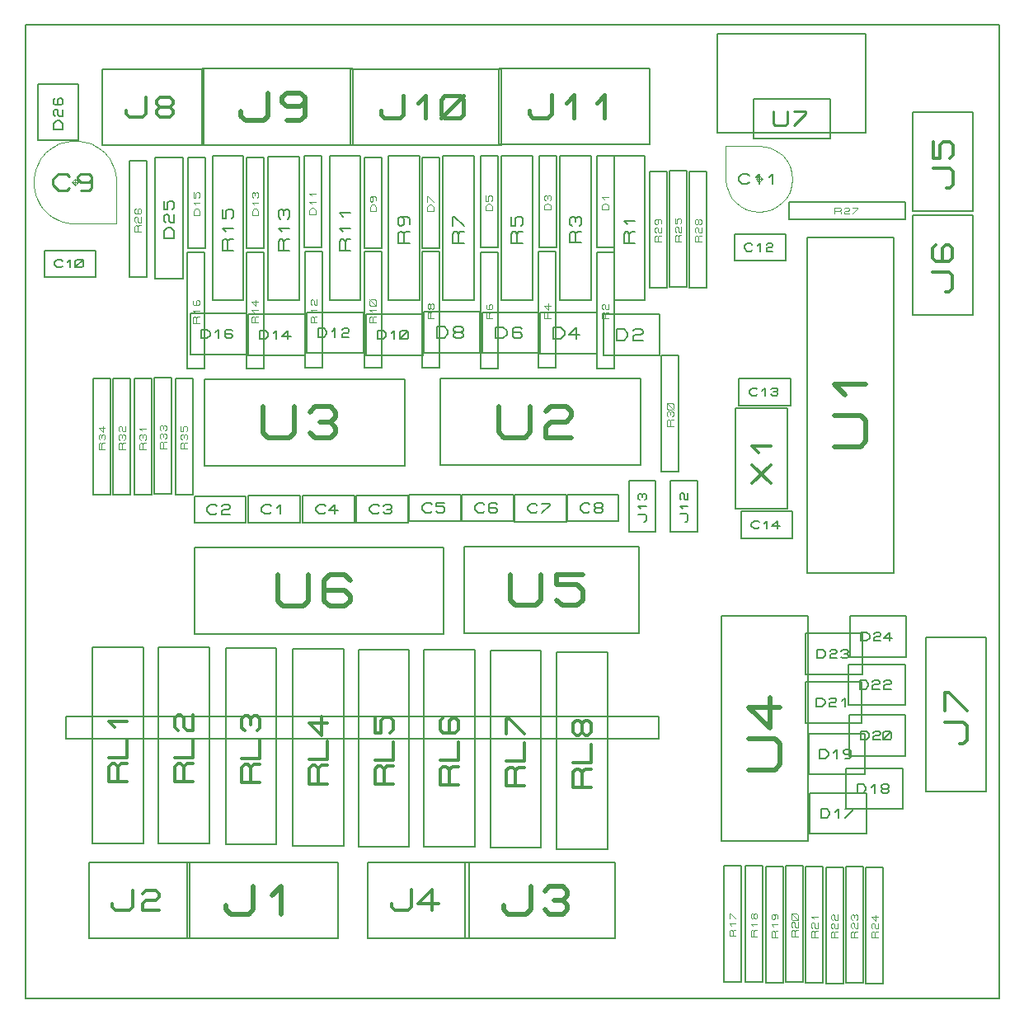
<source format=gbr>
G04 PROTEUS RS274X GERBER FILE*
%FSLAX45Y45*%
%MOMM*%
G01*
%ADD73C,0.203200*%
%ADD44C,0.533400*%
%ADD45C,0.372190*%
%ADD46C,0.340100*%
%ADD47C,0.050000*%
%ADD48C,0.285000*%
%ADD49C,0.469390*%
%ADD50C,0.386080*%
%ADD51C,0.316990*%
%ADD52C,0.312190*%
%ADD53C,0.345440*%
%ADD54C,0.171250*%
%ADD55C,0.240790*%
%ADD56C,0.106680*%
%ADD57C,0.172210*%
%ADD58C,0.164590*%
%ADD59C,0.132080*%
%ADD60C,0.192190*%
%ADD61C,0.193380*%
%ADD62C,0.145040*%
%TD.AperFunction*%
D73*
X-5000000Y-5000000D02*
X+5000000Y-5000000D01*
X+5000000Y+5000000D01*
X-5000000Y+5000000D01*
X-5000000Y-5000000D01*
X+3024760Y-629740D02*
X+3913760Y-629740D01*
X+3913760Y+2819580D01*
X+3024760Y+2819580D01*
X+3024760Y-629740D01*
D44*
X+3309240Y+668200D02*
X+3575940Y+668200D01*
X+3629280Y+721540D01*
X+3629280Y+934900D01*
X+3575940Y+988240D01*
X+3309240Y+988240D01*
X+3415920Y+1201600D02*
X+3309240Y+1308280D01*
X+3629280Y+1308280D01*
D73*
X+4246100Y-2873780D02*
X+4866420Y-2873780D01*
X+4866420Y-1293460D01*
X+4246100Y-1293460D01*
X+4246100Y-2873780D01*
D45*
X+4593480Y-2381373D02*
X+4630699Y-2381373D01*
X+4667918Y-2344154D01*
X+4667918Y-2195278D01*
X+4630699Y-2158059D01*
X+4444603Y-2158059D01*
X+4444603Y-2046401D02*
X+4444603Y-1860306D01*
X+4481822Y-1860306D01*
X+4667918Y-2046401D01*
D73*
X-3264880Y-1254320D02*
X-704560Y-1254320D01*
X-704560Y-365320D01*
X-3264880Y-365320D01*
X-3264880Y-1254320D01*
D44*
X-2411440Y-649800D02*
X-2411440Y-916500D01*
X-2358100Y-969840D01*
X-2144740Y-969840D01*
X-2091400Y-916500D01*
X-2091400Y-649800D01*
X-1664680Y-703140D02*
X-1718020Y-649800D01*
X-1878040Y-649800D01*
X-1931380Y-703140D01*
X-1931380Y-916500D01*
X-1878040Y-969840D01*
X-1718020Y-969840D01*
X-1664680Y-916500D01*
X-1664680Y-863160D01*
X-1718020Y-809820D01*
X-1931380Y-809820D01*
D73*
X+2146040Y-3377320D02*
X+3035040Y-3377320D01*
X+3035040Y-1071000D01*
X+2146040Y-1071000D01*
X+2146040Y-3377320D01*
D44*
X+2430520Y-2650880D02*
X+2697220Y-2650880D01*
X+2750560Y-2597540D01*
X+2750560Y-2384180D01*
X+2697220Y-2330840D01*
X+2430520Y-2330840D01*
X+2643880Y-1904120D02*
X+2643880Y-2224160D01*
X+2430520Y-2010800D01*
X+2750560Y-2010800D01*
D73*
X-736180Y+477200D02*
X+1316140Y+477200D01*
X+1316140Y+1366200D01*
X-736180Y+1366200D01*
X-736180Y+477200D01*
D44*
X-136740Y+1081720D02*
X-136740Y+815020D01*
X-83400Y+761680D01*
X+129960Y+761680D01*
X+183300Y+815020D01*
X+183300Y+1081720D01*
X+343320Y+1028380D02*
X+396660Y+1081720D01*
X+556680Y+1081720D01*
X+610020Y+1028380D01*
X+610020Y+975040D01*
X+556680Y+921700D01*
X+396660Y+921700D01*
X+343320Y+868360D01*
X+343320Y+761680D01*
X+610020Y+761680D01*
D73*
X-3158180Y+473200D02*
X-1105860Y+473200D01*
X-1105860Y+1362200D01*
X-3158180Y+1362200D01*
X-3158180Y+473200D01*
D44*
X-2558740Y+1077720D02*
X-2558740Y+811020D01*
X-2505400Y+757680D01*
X-2292040Y+757680D01*
X-2238700Y+811020D01*
X-2238700Y+1077720D01*
X-2078680Y+1024380D02*
X-2025340Y+1077720D01*
X-1865320Y+1077720D01*
X-1811980Y+1024380D01*
X-1811980Y+971040D01*
X-1865320Y+917700D01*
X-1811980Y+864360D01*
X-1811980Y+811020D01*
X-1865320Y+757680D01*
X-2025340Y+757680D01*
X-2078680Y+811020D01*
X-1972000Y+917700D02*
X-1865320Y+917700D01*
D73*
X-495880Y-1248320D02*
X+1302440Y-1248320D01*
X+1302440Y-359320D01*
X-495880Y-359320D01*
X-495880Y-1248320D01*
D44*
X-23440Y-643800D02*
X-23440Y-910500D01*
X+29900Y-963840D01*
X+243260Y-963840D01*
X+296600Y-910500D01*
X+296600Y-643800D01*
X+723320Y-643800D02*
X+456620Y-643800D01*
X+456620Y-750480D01*
X+669980Y-750480D01*
X+723320Y-803820D01*
X+723320Y-910500D01*
X+669980Y-963840D01*
X+509960Y-963840D01*
X+456620Y-910500D01*
D73*
X+4111460Y+3086120D02*
X+4731780Y+3086120D01*
X+4731780Y+4106440D01*
X+4111460Y+4106440D01*
X+4111460Y+3086120D01*
D46*
X+4455631Y+3324196D02*
X+4489642Y+3324196D01*
X+4523652Y+3358206D01*
X+4523652Y+3494248D01*
X+4489642Y+3528259D01*
X+4319589Y+3528259D01*
X+4319589Y+3800343D02*
X+4319589Y+3630290D01*
X+4387610Y+3630290D01*
X+4387610Y+3766332D01*
X+4421620Y+3800343D01*
X+4489642Y+3800343D01*
X+4523652Y+3766332D01*
X+4523652Y+3664301D01*
X+4489642Y+3630290D01*
D73*
X+4107960Y+2022640D02*
X+4728280Y+2022640D01*
X+4728280Y+3042960D01*
X+4107960Y+3042960D01*
X+4107960Y+2022640D01*
D46*
X+4452131Y+2260716D02*
X+4486142Y+2260716D01*
X+4520152Y+2294726D01*
X+4520152Y+2430768D01*
X+4486142Y+2464779D01*
X+4316089Y+2464779D01*
X+4350099Y+2736863D02*
X+4316089Y+2702852D01*
X+4316089Y+2600821D01*
X+4350099Y+2566810D01*
X+4486142Y+2566810D01*
X+4520152Y+2600821D01*
X+4520152Y+2702852D01*
X+4486142Y+2736863D01*
X+4452131Y+2736863D01*
X+4418120Y+2702852D01*
X+4418120Y+2566810D01*
D47*
X-4464940Y+3385680D02*
X-4465026Y+3387756D01*
X-4465728Y+3391909D01*
X-4467198Y+3396062D01*
X-4469600Y+3400215D01*
X-4473273Y+3404314D01*
X-4477426Y+3407323D01*
X-4481579Y+3409240D01*
X-4485732Y+3410323D01*
X-4489885Y+3410680D01*
X-4489940Y+3410680D01*
X-4514940Y+3385680D02*
X-4514854Y+3387756D01*
X-4514152Y+3391909D01*
X-4512682Y+3396062D01*
X-4510280Y+3400215D01*
X-4506607Y+3404314D01*
X-4502454Y+3407323D01*
X-4498301Y+3409240D01*
X-4494148Y+3410323D01*
X-4489995Y+3410680D01*
X-4489940Y+3410680D01*
X-4514940Y+3385680D02*
X-4514854Y+3383604D01*
X-4514152Y+3379451D01*
X-4512682Y+3375298D01*
X-4510280Y+3371145D01*
X-4506607Y+3367046D01*
X-4502454Y+3364037D01*
X-4498301Y+3362120D01*
X-4494148Y+3361037D01*
X-4489995Y+3360680D01*
X-4489940Y+3360680D01*
X-4464940Y+3385680D02*
X-4465026Y+3383604D01*
X-4465728Y+3379451D01*
X-4467198Y+3375298D01*
X-4469600Y+3371145D01*
X-4473273Y+3367046D01*
X-4477426Y+3364037D01*
X-4481579Y+3362120D01*
X-4485732Y+3361037D01*
X-4489885Y+3360680D01*
X-4489940Y+3360680D01*
X-4524940Y+3385680D02*
X-4454940Y+3385680D01*
X-4489940Y+3350680D02*
X-4489940Y+3420680D01*
X-4064940Y+2960680D02*
X-4064940Y+3385680D01*
X-4067086Y+3429849D01*
X-4073396Y+3472579D01*
X-4083675Y+3513674D01*
X-4097728Y+3552941D01*
X-4115361Y+3590184D01*
X-4136379Y+3625209D01*
X-4160587Y+3657822D01*
X-4187792Y+3687828D01*
X-4217798Y+3715033D01*
X-4250411Y+3739241D01*
X-4285436Y+3760259D01*
X-4322680Y+3777892D01*
X-4361946Y+3791945D01*
X-4403041Y+3802224D01*
X-4445771Y+3808533D01*
X-4489940Y+3810680D01*
X-4534109Y+3808533D01*
X-4576839Y+3802224D01*
X-4617934Y+3791945D01*
X-4657200Y+3777892D01*
X-4694444Y+3760259D01*
X-4729469Y+3739241D01*
X-4762082Y+3715033D01*
X-4792088Y+3687828D01*
X-4819293Y+3657822D01*
X-4843501Y+3625209D01*
X-4864519Y+3590184D01*
X-4882152Y+3552941D01*
X-4896205Y+3513674D01*
X-4906484Y+3472579D01*
X-4912794Y+3429849D01*
X-4914940Y+3385680D01*
X-4912794Y+3341511D01*
X-4906484Y+3298781D01*
X-4896205Y+3257686D01*
X-4882152Y+3218419D01*
X-4864519Y+3181176D01*
X-4843501Y+3146151D01*
X-4819293Y+3113538D01*
X-4792088Y+3083532D01*
X-4762082Y+3056327D01*
X-4729469Y+3032119D01*
X-4694444Y+3011101D01*
X-4657200Y+2993468D01*
X-4617934Y+2979415D01*
X-4576839Y+2969136D01*
X-4534109Y+2962827D01*
X-4489940Y+2960680D01*
X-4064940Y+2960680D01*
D48*
X-4546940Y+3328680D02*
X-4575440Y+3300180D01*
X-4660940Y+3300180D01*
X-4717940Y+3357180D01*
X-4717940Y+3414180D01*
X-4660940Y+3471180D01*
X-4575440Y+3471180D01*
X-4546940Y+3442680D01*
X-4318940Y+3414180D02*
X-4347440Y+3385680D01*
X-4432940Y+3385680D01*
X-4461440Y+3414180D01*
X-4461440Y+3442680D01*
X-4432940Y+3471180D01*
X-4347440Y+3471180D01*
X-4318940Y+3442680D01*
X-4318940Y+3328680D01*
X-4347440Y+3300180D01*
X-4432940Y+3300180D01*
D73*
X-3336260Y-4381900D02*
X-1791940Y-4381900D01*
X-1791940Y-3599580D01*
X-3336260Y-3599580D01*
X-3336260Y-4381900D01*
D49*
X-2939613Y-4037680D02*
X-2939613Y-4084619D01*
X-2892674Y-4131558D01*
X-2704918Y-4131558D01*
X-2657979Y-4084619D01*
X-2657979Y-3849923D01*
X-2470222Y-3943801D02*
X-2376344Y-3849923D01*
X-2376344Y-4131558D01*
D73*
X-486140Y-4382220D02*
X+1058180Y-4382220D01*
X+1058180Y-3599900D01*
X-486140Y-3599900D01*
X-486140Y-4382220D01*
D49*
X-89493Y-4038000D02*
X-89493Y-4084939D01*
X-42554Y-4131878D01*
X+145202Y-4131878D01*
X+192141Y-4084939D01*
X+192141Y-3850243D01*
X+332959Y-3897182D02*
X+379898Y-3850243D01*
X+520715Y-3850243D01*
X+567654Y-3897182D01*
X+567654Y-3944121D01*
X+520715Y-3991060D01*
X+567654Y-4038000D01*
X+567654Y-4084939D01*
X+520715Y-4131878D01*
X+379898Y-4131878D01*
X+332959Y-4084939D01*
X+426837Y-3991060D02*
X+520715Y-3991060D01*
D73*
X-3183180Y+3767540D02*
X-1638860Y+3767540D01*
X-1638860Y+4549860D01*
X-3183180Y+4549860D01*
X-3183180Y+3767540D01*
D49*
X-2786533Y+4111760D02*
X-2786533Y+4064821D01*
X-2739594Y+4017882D01*
X-2551838Y+4017882D01*
X-2504899Y+4064821D01*
X-2504899Y+4299517D01*
X-2129386Y+4205639D02*
X-2176325Y+4158700D01*
X-2317142Y+4158700D01*
X-2364081Y+4205639D01*
X-2364081Y+4252578D01*
X-2317142Y+4299517D01*
X-2176325Y+4299517D01*
X-2129386Y+4252578D01*
X-2129386Y+4064821D01*
X-2176325Y+4017882D01*
X-2317142Y+4017882D01*
D73*
X-1660180Y+3765540D02*
X-115860Y+3765540D01*
X-115860Y+4547860D01*
X-1660180Y+4547860D01*
X-1660180Y+3765540D01*
D50*
X-1351316Y+4118092D02*
X-1351316Y+4079484D01*
X-1312708Y+4040876D01*
X-1158276Y+4040876D01*
X-1119668Y+4079484D01*
X-1119668Y+4272524D01*
X-965236Y+4195308D02*
X-888020Y+4272524D01*
X-888020Y+4040876D01*
X-733588Y+4079484D02*
X-733588Y+4233916D01*
X-694980Y+4272524D01*
X-540548Y+4272524D01*
X-501940Y+4233916D01*
X-501940Y+4079484D01*
X-540548Y+4040876D01*
X-694980Y+4040876D01*
X-733588Y+4079484D01*
X-733588Y+4040876D02*
X-501940Y+4272524D01*
D73*
X-137180Y+3770540D02*
X+1407140Y+3770540D01*
X+1407140Y+4552860D01*
X-137180Y+4552860D01*
X-137180Y+3770540D01*
D50*
X+171684Y+4123092D02*
X+171684Y+4084484D01*
X+210292Y+4045876D01*
X+364724Y+4045876D01*
X+403332Y+4084484D01*
X+403332Y+4277524D01*
X+557764Y+4200308D02*
X+634980Y+4277524D01*
X+634980Y+4045876D01*
X+866628Y+4200308D02*
X+943844Y+4277524D01*
X+943844Y+4045876D01*
D73*
X+2295400Y+27140D02*
X+2823720Y+27140D01*
X+2823720Y+1063460D01*
X+2295400Y+1063460D01*
X+2295400Y+27140D01*
D51*
X+2464463Y+291707D02*
X+2654658Y+481901D01*
X+2654658Y+291707D02*
X+2464463Y+481901D01*
X+2527861Y+608698D02*
X+2464463Y+672096D01*
X+2654658Y+672096D01*
D73*
X-4309900Y-3410480D02*
X-3789580Y-3410480D01*
X-3789580Y-1390160D01*
X-4309900Y-1390160D01*
X-4309900Y-3410480D01*
D52*
X-3956082Y-2774949D02*
X-4143397Y-2774949D01*
X-4143397Y-2618854D01*
X-4112178Y-2587635D01*
X-4080959Y-2587635D01*
X-4049740Y-2618854D01*
X-4049740Y-2774949D01*
X-4049740Y-2618854D02*
X-4018520Y-2587635D01*
X-3956082Y-2587635D01*
X-4143397Y-2525196D02*
X-3956082Y-2525196D01*
X-3956082Y-2337882D01*
X-4080959Y-2213005D02*
X-4143397Y-2150567D01*
X-3956082Y-2150567D01*
D73*
X-3631720Y-3410480D02*
X-3111400Y-3410480D01*
X-3111400Y-1390160D01*
X-3631720Y-1390160D01*
X-3631720Y-3410480D01*
D52*
X-3277902Y-2774949D02*
X-3465217Y-2774949D01*
X-3465217Y-2618854D01*
X-3433998Y-2587635D01*
X-3402779Y-2587635D01*
X-3371560Y-2618854D01*
X-3371560Y-2774949D01*
X-3371560Y-2618854D02*
X-3340340Y-2587635D01*
X-3277902Y-2587635D01*
X-3465217Y-2525196D02*
X-3277902Y-2525196D01*
X-3277902Y-2337882D01*
X-3433998Y-2244224D02*
X-3465217Y-2213005D01*
X-3465217Y-2119348D01*
X-3433998Y-2088129D01*
X-3402779Y-2088129D01*
X-3371560Y-2119348D01*
X-3371560Y-2213005D01*
X-3340340Y-2244224D01*
X-3277902Y-2244224D01*
X-3277902Y-2088129D01*
D73*
X-2944640Y-3416200D02*
X-2424320Y-3416200D01*
X-2424320Y-1395880D01*
X-2944640Y-1395880D01*
X-2944640Y-3416200D01*
D52*
X-2590822Y-2780669D02*
X-2778137Y-2780669D01*
X-2778137Y-2624574D01*
X-2746918Y-2593355D01*
X-2715699Y-2593355D01*
X-2684480Y-2624574D01*
X-2684480Y-2780669D01*
X-2684480Y-2624574D02*
X-2653260Y-2593355D01*
X-2590822Y-2593355D01*
X-2778137Y-2530916D02*
X-2590822Y-2530916D01*
X-2590822Y-2343602D01*
X-2746918Y-2249944D02*
X-2778137Y-2218725D01*
X-2778137Y-2125068D01*
X-2746918Y-2093849D01*
X-2715699Y-2093849D01*
X-2684480Y-2125068D01*
X-2653260Y-2093849D01*
X-2622041Y-2093849D01*
X-2590822Y-2125068D01*
X-2590822Y-2218725D01*
X-2622041Y-2249944D01*
X-2684480Y-2187506D02*
X-2684480Y-2125068D01*
D73*
X-2253760Y-3428900D02*
X-1733440Y-3428900D01*
X-1733440Y-1408580D01*
X-2253760Y-1408580D01*
X-2253760Y-3428900D01*
D52*
X-1899942Y-2793369D02*
X-2087257Y-2793369D01*
X-2087257Y-2637274D01*
X-2056038Y-2606055D01*
X-2024819Y-2606055D01*
X-1993600Y-2637274D01*
X-1993600Y-2793369D01*
X-1993600Y-2637274D02*
X-1962380Y-2606055D01*
X-1899942Y-2606055D01*
X-2087257Y-2543616D02*
X-1899942Y-2543616D01*
X-1899942Y-2356302D01*
X-1962380Y-2106549D02*
X-1962380Y-2293863D01*
X-2087257Y-2168987D01*
X-1899942Y-2168987D01*
D73*
X-4347960Y-4381420D02*
X-3311640Y-4381420D01*
X-3311640Y-3599100D01*
X-4347960Y-3599100D01*
X-4347960Y-4381420D01*
D53*
X-4106152Y-4024804D02*
X-4106152Y-4059348D01*
X-4071608Y-4093892D01*
X-3933432Y-4093892D01*
X-3898888Y-4059348D01*
X-3898888Y-3886628D01*
X-3795256Y-3921172D02*
X-3760712Y-3886628D01*
X-3657080Y-3886628D01*
X-3622536Y-3921172D01*
X-3622536Y-3955716D01*
X-3657080Y-3990260D01*
X-3760712Y-3990260D01*
X-3795256Y-4024804D01*
X-3795256Y-4093892D01*
X-3622536Y-4093892D01*
D73*
X-1578420Y-3436260D02*
X-1058100Y-3436260D01*
X-1058100Y-1415940D01*
X-1578420Y-1415940D01*
X-1578420Y-3436260D01*
D52*
X-1224602Y-2800729D02*
X-1411917Y-2800729D01*
X-1411917Y-2644634D01*
X-1380698Y-2613415D01*
X-1349479Y-2613415D01*
X-1318260Y-2644634D01*
X-1318260Y-2800729D01*
X-1318260Y-2644634D02*
X-1287040Y-2613415D01*
X-1224602Y-2613415D01*
X-1411917Y-2550976D02*
X-1224602Y-2550976D01*
X-1224602Y-2363662D01*
X-1411917Y-2113909D02*
X-1411917Y-2270004D01*
X-1349479Y-2270004D01*
X-1349479Y-2145128D01*
X-1318260Y-2113909D01*
X-1255821Y-2113909D01*
X-1224602Y-2145128D01*
X-1224602Y-2238785D01*
X-1255821Y-2270004D01*
D73*
X-907860Y-3438800D02*
X-387540Y-3438800D01*
X-387540Y-1418480D01*
X-907860Y-1418480D01*
X-907860Y-3438800D01*
D52*
X-554042Y-2803269D02*
X-741357Y-2803269D01*
X-741357Y-2647174D01*
X-710138Y-2615955D01*
X-678919Y-2615955D01*
X-647700Y-2647174D01*
X-647700Y-2803269D01*
X-647700Y-2647174D02*
X-616480Y-2615955D01*
X-554042Y-2615955D01*
X-741357Y-2553516D02*
X-554042Y-2553516D01*
X-554042Y-2366202D01*
X-710138Y-2116449D02*
X-741357Y-2147668D01*
X-741357Y-2241325D01*
X-710138Y-2272544D01*
X-585261Y-2272544D01*
X-554042Y-2241325D01*
X-554042Y-2147668D01*
X-585261Y-2116449D01*
X-616480Y-2116449D01*
X-647700Y-2147668D01*
X-647700Y-2272544D01*
D73*
X-227140Y-3446420D02*
X+293180Y-3446420D01*
X+293180Y-1426100D01*
X-227140Y-1426100D01*
X-227140Y-3446420D01*
D52*
X+126678Y-2810889D02*
X-60637Y-2810889D01*
X-60637Y-2654794D01*
X-29418Y-2623575D01*
X+1801Y-2623575D01*
X+33020Y-2654794D01*
X+33020Y-2810889D01*
X+33020Y-2654794D02*
X+64240Y-2623575D01*
X+126678Y-2623575D01*
X-60637Y-2561136D02*
X+126678Y-2561136D01*
X+126678Y-2373822D01*
X-60637Y-2280164D02*
X-60637Y-2124069D01*
X-29418Y-2124069D01*
X+126678Y-2280164D01*
D73*
X+456120Y-3464200D02*
X+976440Y-3464200D01*
X+976440Y-1443880D01*
X+456120Y-1443880D01*
X+456120Y-3464200D01*
D52*
X+809938Y-2828669D02*
X+622623Y-2828669D01*
X+622623Y-2672574D01*
X+653842Y-2641355D01*
X+685061Y-2641355D01*
X+716280Y-2672574D01*
X+716280Y-2828669D01*
X+716280Y-2672574D02*
X+747500Y-2641355D01*
X+809938Y-2641355D01*
X+622623Y-2578916D02*
X+809938Y-2578916D01*
X+809938Y-2391602D01*
X+716280Y-2266725D02*
X+685061Y-2297944D01*
X+653842Y-2297944D01*
X+622623Y-2266725D01*
X+622623Y-2173068D01*
X+653842Y-2141849D01*
X+685061Y-2141849D01*
X+716280Y-2173068D01*
X+716280Y-2266725D01*
X+747500Y-2297944D01*
X+778719Y-2297944D01*
X+809938Y-2266725D01*
X+809938Y-2173068D01*
X+778719Y-2141849D01*
X+747500Y-2141849D01*
X+716280Y-2173068D01*
D73*
X-1482640Y-4379660D02*
X-446320Y-4379660D01*
X-446320Y-3597340D01*
X-1482640Y-3597340D01*
X-1482640Y-4379660D01*
D53*
X-1240832Y-4023044D02*
X-1240832Y-4057588D01*
X-1206288Y-4092132D01*
X-1068112Y-4092132D01*
X-1033568Y-4057588D01*
X-1033568Y-3884868D01*
X-757216Y-4023044D02*
X-964480Y-4023044D01*
X-826304Y-3884868D01*
X-826304Y-4092132D01*
D47*
X+2559160Y+3418040D02*
X+2559074Y+3420116D01*
X+2558372Y+3424269D01*
X+2556902Y+3428422D01*
X+2554500Y+3432575D01*
X+2550827Y+3436674D01*
X+2546674Y+3439683D01*
X+2542521Y+3441600D01*
X+2538368Y+3442683D01*
X+2534215Y+3443040D01*
X+2534160Y+3443040D01*
X+2509160Y+3418040D02*
X+2509246Y+3420116D01*
X+2509948Y+3424269D01*
X+2511418Y+3428422D01*
X+2513820Y+3432575D01*
X+2517493Y+3436674D01*
X+2521646Y+3439683D01*
X+2525799Y+3441600D01*
X+2529952Y+3442683D01*
X+2534105Y+3443040D01*
X+2534160Y+3443040D01*
X+2509160Y+3418040D02*
X+2509246Y+3415964D01*
X+2509948Y+3411811D01*
X+2511418Y+3407658D01*
X+2513820Y+3403505D01*
X+2517493Y+3399406D01*
X+2521646Y+3396397D01*
X+2525799Y+3394480D01*
X+2529952Y+3393397D01*
X+2534105Y+3393040D01*
X+2534160Y+3393040D01*
X+2559160Y+3418040D02*
X+2559074Y+3415964D01*
X+2558372Y+3411811D01*
X+2556902Y+3407658D01*
X+2554500Y+3403505D01*
X+2550827Y+3399406D01*
X+2546674Y+3396397D01*
X+2542521Y+3394480D01*
X+2538368Y+3393397D01*
X+2534215Y+3393040D01*
X+2534160Y+3393040D01*
X+2569160Y+3418040D02*
X+2499160Y+3418040D01*
X+2534160Y+3453040D02*
X+2534160Y+3383040D01*
X+2194160Y+3758040D02*
X+2194160Y+3418040D01*
X+2200925Y+3348521D01*
X+2220390Y+3284231D01*
X+2251311Y+3226416D01*
X+2292441Y+3176321D01*
X+2342536Y+3135191D01*
X+2400351Y+3104270D01*
X+2464641Y+3084805D01*
X+2534160Y+3078040D01*
X+2603679Y+3084805D01*
X+2667969Y+3104270D01*
X+2725784Y+3135191D01*
X+2775879Y+3176321D01*
X+2817009Y+3226416D01*
X+2847930Y+3284231D01*
X+2867395Y+3348521D01*
X+2874160Y+3418040D01*
X+2867395Y+3487559D01*
X+2847930Y+3551849D01*
X+2817009Y+3609664D01*
X+2775879Y+3659759D01*
X+2725784Y+3700889D01*
X+2667969Y+3731810D01*
X+2603679Y+3751275D01*
X+2534160Y+3758040D01*
X+2194160Y+3758040D01*
D54*
X+2431410Y+3383790D02*
X+2414285Y+3366665D01*
X+2362910Y+3366665D01*
X+2328660Y+3400915D01*
X+2328660Y+3435165D01*
X+2362910Y+3469415D01*
X+2414285Y+3469415D01*
X+2431410Y+3452290D01*
X+2499910Y+3435165D02*
X+2534160Y+3469415D01*
X+2534160Y+3366665D01*
X+2636910Y+3435165D02*
X+2671160Y+3469415D01*
X+2671160Y+3366665D01*
D73*
X+2479040Y+3835400D02*
X+3261360Y+3835400D01*
X+3261360Y+4236720D01*
X+2479040Y+4236720D01*
X+2479040Y+3835400D01*
D55*
X+2677567Y+4108297D02*
X+2677567Y+3987901D01*
X+2701646Y+3963822D01*
X+2797962Y+3963822D01*
X+2822041Y+3987901D01*
X+2822041Y+4108297D01*
X+2894279Y+4108297D02*
X+3014674Y+4108297D01*
X+3014674Y+4084218D01*
X+2894279Y+3963822D01*
D73*
X+1615440Y+2306320D02*
X+1793240Y+2306320D01*
X+1793240Y+3500120D01*
X+1615440Y+3500120D01*
X+1615440Y+2306320D01*
D56*
X+1736344Y+2775204D02*
X+1672336Y+2775204D01*
X+1672336Y+2828544D01*
X+1683004Y+2839212D01*
X+1693672Y+2839212D01*
X+1704340Y+2828544D01*
X+1704340Y+2775204D01*
X+1704340Y+2828544D02*
X+1715008Y+2839212D01*
X+1736344Y+2839212D01*
X+1683004Y+2871216D02*
X+1672336Y+2881884D01*
X+1672336Y+2913888D01*
X+1683004Y+2924556D01*
X+1693672Y+2924556D01*
X+1704340Y+2913888D01*
X+1704340Y+2881884D01*
X+1715008Y+2871216D01*
X+1736344Y+2871216D01*
X+1736344Y+2924556D01*
X+1672336Y+3009900D02*
X+1672336Y+2956560D01*
X+1693672Y+2956560D01*
X+1693672Y+2999232D01*
X+1704340Y+3009900D01*
X+1725676Y+3009900D01*
X+1736344Y+2999232D01*
X+1736344Y+2967228D01*
X+1725676Y+2956560D01*
D73*
X+2842260Y+3002280D02*
X+4036060Y+3002280D01*
X+4036060Y+3180080D01*
X+2842260Y+3180080D01*
X+2842260Y+3002280D01*
D56*
X+3311144Y+3059176D02*
X+3311144Y+3123184D01*
X+3364484Y+3123184D01*
X+3375152Y+3112516D01*
X+3375152Y+3101848D01*
X+3364484Y+3091180D01*
X+3311144Y+3091180D01*
X+3364484Y+3091180D02*
X+3375152Y+3080512D01*
X+3375152Y+3059176D01*
X+3407156Y+3112516D02*
X+3417824Y+3123184D01*
X+3449828Y+3123184D01*
X+3460496Y+3112516D01*
X+3460496Y+3101848D01*
X+3449828Y+3091180D01*
X+3417824Y+3091180D01*
X+3407156Y+3080512D01*
X+3407156Y+3059176D01*
X+3460496Y+3059176D01*
X+3492500Y+3123184D02*
X+3545840Y+3123184D01*
X+3545840Y+3112516D01*
X+3492500Y+3059176D01*
D73*
X+1821180Y+2301240D02*
X+1998980Y+2301240D01*
X+1998980Y+3495040D01*
X+1821180Y+3495040D01*
X+1821180Y+2301240D01*
D56*
X+1942084Y+2770124D02*
X+1878076Y+2770124D01*
X+1878076Y+2823464D01*
X+1888744Y+2834132D01*
X+1899412Y+2834132D01*
X+1910080Y+2823464D01*
X+1910080Y+2770124D01*
X+1910080Y+2823464D02*
X+1920748Y+2834132D01*
X+1942084Y+2834132D01*
X+1888744Y+2866136D02*
X+1878076Y+2876804D01*
X+1878076Y+2908808D01*
X+1888744Y+2919476D01*
X+1899412Y+2919476D01*
X+1910080Y+2908808D01*
X+1910080Y+2876804D01*
X+1920748Y+2866136D01*
X+1942084Y+2866136D01*
X+1942084Y+2919476D01*
X+1910080Y+2962148D02*
X+1899412Y+2951480D01*
X+1888744Y+2951480D01*
X+1878076Y+2962148D01*
X+1878076Y+2994152D01*
X+1888744Y+3004820D01*
X+1899412Y+3004820D01*
X+1910080Y+2994152D01*
X+1910080Y+2962148D01*
X+1920748Y+2951480D01*
X+1931416Y+2951480D01*
X+1942084Y+2962148D01*
X+1942084Y+2994152D01*
X+1931416Y+3004820D01*
X+1920748Y+3004820D01*
X+1910080Y+2994152D01*
D73*
X+1407160Y+2301240D02*
X+1584960Y+2301240D01*
X+1584960Y+3495040D01*
X+1407160Y+3495040D01*
X+1407160Y+2301240D01*
D56*
X+1528064Y+2770124D02*
X+1464056Y+2770124D01*
X+1464056Y+2823464D01*
X+1474724Y+2834132D01*
X+1485392Y+2834132D01*
X+1496060Y+2823464D01*
X+1496060Y+2770124D01*
X+1496060Y+2823464D02*
X+1506728Y+2834132D01*
X+1528064Y+2834132D01*
X+1474724Y+2866136D02*
X+1464056Y+2876804D01*
X+1464056Y+2908808D01*
X+1474724Y+2919476D01*
X+1485392Y+2919476D01*
X+1496060Y+2908808D01*
X+1496060Y+2876804D01*
X+1506728Y+2866136D01*
X+1528064Y+2866136D01*
X+1528064Y+2919476D01*
X+1485392Y+3004820D02*
X+1496060Y+2994152D01*
X+1496060Y+2962148D01*
X+1485392Y+2951480D01*
X+1474724Y+2951480D01*
X+1464056Y+2962148D01*
X+1464056Y+2994152D01*
X+1474724Y+3004820D01*
X+1517396Y+3004820D01*
X+1528064Y+2994152D01*
X+1528064Y+2962148D01*
D73*
X+1532420Y+410720D02*
X+1710220Y+410720D01*
X+1710220Y+1604520D01*
X+1532420Y+1604520D01*
X+1532420Y+410720D01*
D56*
X+1653324Y+879604D02*
X+1589316Y+879604D01*
X+1589316Y+932944D01*
X+1599984Y+943612D01*
X+1610652Y+943612D01*
X+1621320Y+932944D01*
X+1621320Y+879604D01*
X+1621320Y+932944D02*
X+1631988Y+943612D01*
X+1653324Y+943612D01*
X+1599984Y+975616D02*
X+1589316Y+986284D01*
X+1589316Y+1018288D01*
X+1599984Y+1028956D01*
X+1610652Y+1028956D01*
X+1621320Y+1018288D01*
X+1631988Y+1028956D01*
X+1642656Y+1028956D01*
X+1653324Y+1018288D01*
X+1653324Y+986284D01*
X+1642656Y+975616D01*
X+1621320Y+996952D02*
X+1621320Y+1018288D01*
X+1642656Y+1050292D02*
X+1599984Y+1050292D01*
X+1589316Y+1060960D01*
X+1589316Y+1103632D01*
X+1599984Y+1114300D01*
X+1642656Y+1114300D01*
X+1653324Y+1103632D01*
X+1653324Y+1060960D01*
X+1642656Y+1050292D01*
X+1653324Y+1050292D02*
X+1589316Y+1114300D01*
D73*
X-3883660Y+172720D02*
X-3705860Y+172720D01*
X-3705860Y+1366520D01*
X-3883660Y+1366520D01*
X-3883660Y+172720D01*
D56*
X-3762756Y+641604D02*
X-3826764Y+641604D01*
X-3826764Y+694944D01*
X-3816096Y+705612D01*
X-3805428Y+705612D01*
X-3794760Y+694944D01*
X-3794760Y+641604D01*
X-3794760Y+694944D02*
X-3784092Y+705612D01*
X-3762756Y+705612D01*
X-3816096Y+737616D02*
X-3826764Y+748284D01*
X-3826764Y+780288D01*
X-3816096Y+790956D01*
X-3805428Y+790956D01*
X-3794760Y+780288D01*
X-3784092Y+790956D01*
X-3773424Y+790956D01*
X-3762756Y+780288D01*
X-3762756Y+748284D01*
X-3773424Y+737616D01*
X-3794760Y+758952D02*
X-3794760Y+780288D01*
X-3805428Y+833628D02*
X-3826764Y+854964D01*
X-3762756Y+854964D01*
D73*
X-4097020Y+172720D02*
X-3919220Y+172720D01*
X-3919220Y+1366520D01*
X-4097020Y+1366520D01*
X-4097020Y+172720D01*
D56*
X-3976116Y+641604D02*
X-4040124Y+641604D01*
X-4040124Y+694944D01*
X-4029456Y+705612D01*
X-4018788Y+705612D01*
X-4008120Y+694944D01*
X-4008120Y+641604D01*
X-4008120Y+694944D02*
X-3997452Y+705612D01*
X-3976116Y+705612D01*
X-4029456Y+737616D02*
X-4040124Y+748284D01*
X-4040124Y+780288D01*
X-4029456Y+790956D01*
X-4018788Y+790956D01*
X-4008120Y+780288D01*
X-3997452Y+790956D01*
X-3986784Y+790956D01*
X-3976116Y+780288D01*
X-3976116Y+748284D01*
X-3986784Y+737616D01*
X-4008120Y+758952D02*
X-4008120Y+780288D01*
X-4029456Y+822960D02*
X-4040124Y+833628D01*
X-4040124Y+865632D01*
X-4029456Y+876300D01*
X-4018788Y+876300D01*
X-4008120Y+865632D01*
X-4008120Y+833628D01*
X-3997452Y+822960D01*
X-3976116Y+822960D01*
X-3976116Y+876300D01*
D73*
X-3674580Y+182120D02*
X-3496780Y+182120D01*
X-3496780Y+1375920D01*
X-3674580Y+1375920D01*
X-3674580Y+182120D01*
D56*
X-3553676Y+651004D02*
X-3617684Y+651004D01*
X-3617684Y+704344D01*
X-3607016Y+715012D01*
X-3596348Y+715012D01*
X-3585680Y+704344D01*
X-3585680Y+651004D01*
X-3585680Y+704344D02*
X-3575012Y+715012D01*
X-3553676Y+715012D01*
X-3607016Y+747016D02*
X-3617684Y+757684D01*
X-3617684Y+789688D01*
X-3607016Y+800356D01*
X-3596348Y+800356D01*
X-3585680Y+789688D01*
X-3575012Y+800356D01*
X-3564344Y+800356D01*
X-3553676Y+789688D01*
X-3553676Y+757684D01*
X-3564344Y+747016D01*
X-3585680Y+768352D02*
X-3585680Y+789688D01*
X-3607016Y+832360D02*
X-3617684Y+843028D01*
X-3617684Y+875032D01*
X-3607016Y+885700D01*
X-3596348Y+885700D01*
X-3585680Y+875032D01*
X-3575012Y+885700D01*
X-3564344Y+885700D01*
X-3553676Y+875032D01*
X-3553676Y+843028D01*
X-3564344Y+832360D01*
X-3585680Y+853696D02*
X-3585680Y+875032D01*
D73*
X-4207220Y+3760940D02*
X-3170900Y+3760940D01*
X-3170900Y+4543260D01*
X-4207220Y+4543260D01*
X-4207220Y+3760940D01*
D53*
X-3965412Y+4117556D02*
X-3965412Y+4083012D01*
X-3930868Y+4048468D01*
X-3792692Y+4048468D01*
X-3758148Y+4083012D01*
X-3758148Y+4255732D01*
X-3619972Y+4152100D02*
X-3654516Y+4186644D01*
X-3654516Y+4221188D01*
X-3619972Y+4255732D01*
X-3516340Y+4255732D01*
X-3481796Y+4221188D01*
X-3481796Y+4186644D01*
X-3516340Y+4152100D01*
X-3619972Y+4152100D01*
X-3654516Y+4117556D01*
X-3654516Y+4083012D01*
X-3619972Y+4048468D01*
X-3516340Y+4048468D01*
X-3481796Y+4083012D01*
X-3481796Y+4117556D01*
X-3516340Y+4152100D01*
D73*
X-3666020Y+2395980D02*
X-3379000Y+2395980D01*
X-3379000Y+3640580D01*
X-3666020Y+3640580D01*
X-3666020Y+2395980D01*
D57*
X-3470846Y+2811627D02*
X-3574173Y+2811627D01*
X-3574173Y+2880511D01*
X-3539731Y+2914953D01*
X-3505288Y+2914953D01*
X-3470846Y+2880511D01*
X-3470846Y+2811627D01*
X-3556952Y+2966617D02*
X-3574173Y+2983838D01*
X-3574173Y+3035501D01*
X-3556952Y+3052722D01*
X-3539731Y+3052722D01*
X-3522510Y+3035501D01*
X-3522510Y+2983838D01*
X-3505288Y+2966617D01*
X-3470846Y+2966617D01*
X-3470846Y+3052722D01*
X-3574173Y+3190491D02*
X-3574173Y+3104386D01*
X-3539731Y+3104386D01*
X-3539731Y+3173270D01*
X-3522510Y+3190491D01*
X-3488067Y+3190491D01*
X-3470846Y+3173270D01*
X-3470846Y+3121607D01*
X-3488067Y+3104386D01*
D73*
X-2709420Y-110960D02*
X-2181100Y-110960D01*
X-2181100Y+163360D01*
X-2709420Y+163360D01*
X-2709420Y-110960D01*
D58*
X-2478179Y-6719D02*
X-2494638Y-23178D01*
X-2544015Y-23178D01*
X-2576933Y+9740D01*
X-2576933Y+42659D01*
X-2544015Y+75577D01*
X-2494638Y+75577D01*
X-2478179Y+59118D01*
X-2412342Y+42659D02*
X-2379424Y+75577D01*
X-2379424Y-23178D01*
D73*
X-3264440Y-115880D02*
X-2736120Y-115880D01*
X-2736120Y+158440D01*
X-3264440Y+158440D01*
X-3264440Y-115880D01*
D58*
X-3033199Y-11639D02*
X-3049658Y-28098D01*
X-3099035Y-28098D01*
X-3131953Y+4820D01*
X-3131953Y+37739D01*
X-3099035Y+70657D01*
X-3049658Y+70657D01*
X-3033199Y+54198D01*
X-2983821Y+54198D02*
X-2967362Y+70657D01*
X-2917985Y+70657D01*
X-2901526Y+54198D01*
X-2901526Y+37739D01*
X-2917985Y+21280D01*
X-2967362Y+21280D01*
X-2983821Y+4820D01*
X-2983821Y-28098D01*
X-2901526Y-28098D01*
D73*
X-1600740Y-110800D02*
X-1072420Y-110800D01*
X-1072420Y+163520D01*
X-1600740Y+163520D01*
X-1600740Y-110800D01*
D58*
X-1369499Y-6559D02*
X-1385958Y-23018D01*
X-1435335Y-23018D01*
X-1468253Y+9900D01*
X-1468253Y+42819D01*
X-1435335Y+75737D01*
X-1385958Y+75737D01*
X-1369499Y+59278D01*
X-1320121Y+59278D02*
X-1303662Y+75737D01*
X-1254285Y+75737D01*
X-1237826Y+59278D01*
X-1237826Y+42819D01*
X-1254285Y+26360D01*
X-1237826Y+9900D01*
X-1237826Y-6559D01*
X-1254285Y-23018D01*
X-1303662Y-23018D01*
X-1320121Y-6559D01*
X-1287203Y+26360D02*
X-1254285Y+26360D01*
D73*
X-2149380Y-110800D02*
X-1621060Y-110800D01*
X-1621060Y+163520D01*
X-2149380Y+163520D01*
X-2149380Y-110800D01*
D58*
X-1918139Y-6559D02*
X-1934598Y-23018D01*
X-1983975Y-23018D01*
X-2016893Y+9900D01*
X-2016893Y+42819D01*
X-1983975Y+75737D01*
X-1934598Y+75737D01*
X-1918139Y+59278D01*
X-1786466Y+9900D02*
X-1885220Y+9900D01*
X-1819384Y+75737D01*
X-1819384Y-23018D01*
D73*
X-1059180Y-99060D02*
X-530860Y-99060D01*
X-530860Y+175260D01*
X-1059180Y+175260D01*
X-1059180Y-99060D01*
D58*
X-827939Y+5181D02*
X-844398Y-11278D01*
X-893775Y-11278D01*
X-926693Y+21640D01*
X-926693Y+54559D01*
X-893775Y+87477D01*
X-844398Y+87477D01*
X-827939Y+71018D01*
X-696266Y+87477D02*
X-778561Y+87477D01*
X-778561Y+54559D01*
X-712725Y+54559D01*
X-696266Y+38100D01*
X-696266Y+5181D01*
X-712725Y-11278D01*
X-762102Y-11278D01*
X-778561Y+5181D01*
D73*
X-518160Y-99060D02*
X+10160Y-99060D01*
X+10160Y+175260D01*
X-518160Y+175260D01*
X-518160Y-99060D01*
D58*
X-286919Y+5181D02*
X-303378Y-11278D01*
X-352755Y-11278D01*
X-385673Y+21640D01*
X-385673Y+54559D01*
X-352755Y+87477D01*
X-303378Y+87477D01*
X-286919Y+71018D01*
X-155246Y+71018D02*
X-171705Y+87477D01*
X-221082Y+87477D01*
X-237541Y+71018D01*
X-237541Y+5181D01*
X-221082Y-11278D01*
X-171705Y-11278D01*
X-155246Y+5181D01*
X-155246Y+21640D01*
X-171705Y+38100D01*
X-237541Y+38100D01*
D73*
X+23660Y-102360D02*
X+551980Y-102360D01*
X+551980Y+171960D01*
X+23660Y+171960D01*
X+23660Y-102360D01*
D58*
X+254901Y+1881D02*
X+238442Y-14578D01*
X+189065Y-14578D01*
X+156147Y+18340D01*
X+156147Y+51259D01*
X+189065Y+84177D01*
X+238442Y+84177D01*
X+254901Y+67718D01*
X+304279Y+84177D02*
X+386574Y+84177D01*
X+386574Y+67718D01*
X+304279Y-14578D01*
D73*
X+564680Y-99820D02*
X+1093000Y-99820D01*
X+1093000Y+174500D01*
X+564680Y+174500D01*
X+564680Y-99820D01*
D58*
X+795921Y+4421D02*
X+779462Y-12038D01*
X+730085Y-12038D01*
X+697167Y+20880D01*
X+697167Y+53799D01*
X+730085Y+86717D01*
X+779462Y+86717D01*
X+795921Y+70258D01*
X+861758Y+37340D02*
X+845299Y+53799D01*
X+845299Y+70258D01*
X+861758Y+86717D01*
X+911135Y+86717D01*
X+927594Y+70258D01*
X+927594Y+53799D01*
X+911135Y+37340D01*
X+861758Y+37340D01*
X+845299Y+20880D01*
X+845299Y+4421D01*
X+861758Y-12038D01*
X+911135Y-12038D01*
X+927594Y+4421D01*
X+927594Y+20880D01*
X+911135Y+37340D01*
D73*
X-4805680Y+2410460D02*
X-4277360Y+2410460D01*
X-4277360Y+2684780D01*
X-4805680Y+2684780D01*
X-4805680Y+2410460D01*
D59*
X-4620768Y+2521204D02*
X-4633976Y+2507996D01*
X-4673600Y+2507996D01*
X-4700016Y+2534412D01*
X-4700016Y+2560828D01*
X-4673600Y+2587244D01*
X-4633976Y+2587244D01*
X-4620768Y+2574036D01*
X-4567936Y+2560828D02*
X-4541520Y+2587244D01*
X-4541520Y+2507996D01*
X-4488688Y+2521204D02*
X-4488688Y+2574036D01*
X-4475480Y+2587244D01*
X-4422648Y+2587244D01*
X-4409440Y+2574036D01*
X-4409440Y+2521204D01*
X-4422648Y+2507996D01*
X-4475480Y+2507996D01*
X-4488688Y+2521204D01*
X-4488688Y+2507996D02*
X-4409440Y+2587244D01*
D73*
X+2279140Y+2578900D02*
X+2807460Y+2578900D01*
X+2807460Y+2853220D01*
X+2279140Y+2853220D01*
X+2279140Y+2578900D01*
D59*
X+2464052Y+2689644D02*
X+2450844Y+2676436D01*
X+2411220Y+2676436D01*
X+2384804Y+2702852D01*
X+2384804Y+2729268D01*
X+2411220Y+2755684D01*
X+2450844Y+2755684D01*
X+2464052Y+2742476D01*
X+2516884Y+2729268D02*
X+2543300Y+2755684D01*
X+2543300Y+2676436D01*
X+2609340Y+2742476D02*
X+2622548Y+2755684D01*
X+2662172Y+2755684D01*
X+2675380Y+2742476D01*
X+2675380Y+2729268D01*
X+2662172Y+2716060D01*
X+2622548Y+2716060D01*
X+2609340Y+2702852D01*
X+2609340Y+2676436D01*
X+2675380Y+2676436D01*
D73*
X+2328380Y+1092960D02*
X+2856700Y+1092960D01*
X+2856700Y+1367280D01*
X+2328380Y+1367280D01*
X+2328380Y+1092960D01*
D59*
X+2513292Y+1203704D02*
X+2500084Y+1190496D01*
X+2460460Y+1190496D01*
X+2434044Y+1216912D01*
X+2434044Y+1243328D01*
X+2460460Y+1269744D01*
X+2500084Y+1269744D01*
X+2513292Y+1256536D01*
X+2566124Y+1243328D02*
X+2592540Y+1269744D01*
X+2592540Y+1190496D01*
X+2658580Y+1256536D02*
X+2671788Y+1269744D01*
X+2711412Y+1269744D01*
X+2724620Y+1256536D01*
X+2724620Y+1243328D01*
X+2711412Y+1230120D01*
X+2724620Y+1216912D01*
X+2724620Y+1203704D01*
X+2711412Y+1190496D01*
X+2671788Y+1190496D01*
X+2658580Y+1203704D01*
X+2684996Y+1230120D02*
X+2711412Y+1230120D01*
D73*
X+2350300Y-270000D02*
X+2878620Y-270000D01*
X+2878620Y+4320D01*
X+2350300Y+4320D01*
X+2350300Y-270000D01*
D59*
X+2535212Y-159256D02*
X+2522004Y-172464D01*
X+2482380Y-172464D01*
X+2455964Y-146048D01*
X+2455964Y-119632D01*
X+2482380Y-93216D01*
X+2522004Y-93216D01*
X+2535212Y-106424D01*
X+2588044Y-119632D02*
X+2614460Y-93216D01*
X+2614460Y-172464D01*
X+2746540Y-146048D02*
X+2667292Y-146048D01*
X+2720124Y-93216D01*
X+2720124Y-172464D01*
D73*
X+1625600Y-208280D02*
X+1899920Y-208280D01*
X+1899920Y+320040D01*
X+1625600Y+320040D01*
X+1625600Y-208280D01*
D59*
X+1775968Y-102616D02*
X+1789176Y-102616D01*
X+1802384Y-89408D01*
X+1802384Y-36576D01*
X+1789176Y-23368D01*
X+1723136Y-23368D01*
X+1749552Y+29464D02*
X+1723136Y+55880D01*
X+1802384Y+55880D01*
X+1736344Y+121920D02*
X+1723136Y+135128D01*
X+1723136Y+174752D01*
X+1736344Y+187960D01*
X+1749552Y+187960D01*
X+1762760Y+174752D01*
X+1762760Y+135128D01*
X+1775968Y+121920D01*
X+1802384Y+121920D01*
X+1802384Y+187960D01*
D73*
X+1197140Y-209040D02*
X+1471460Y-209040D01*
X+1471460Y+319280D01*
X+1197140Y+319280D01*
X+1197140Y-209040D01*
D59*
X+1347508Y-103376D02*
X+1360716Y-103376D01*
X+1373924Y-90168D01*
X+1373924Y-37336D01*
X+1360716Y-24128D01*
X+1294676Y-24128D01*
X+1321092Y+28704D02*
X+1294676Y+55120D01*
X+1373924Y+55120D01*
X+1307884Y+121160D02*
X+1294676Y+134368D01*
X+1294676Y+173992D01*
X+1307884Y+187200D01*
X+1321092Y+187200D01*
X+1334300Y+173992D01*
X+1347508Y+187200D01*
X+1360716Y+187200D01*
X+1373924Y+173992D01*
X+1373924Y+134368D01*
X+1360716Y+121160D01*
X+1334300Y+147576D02*
X+1334300Y+173992D01*
D73*
X+1042820Y+2172800D02*
X+1363140Y+2172800D01*
X+1363140Y+3650600D01*
X+1042820Y+3650600D01*
X+1042820Y+2172800D01*
D60*
X+1260638Y+2757947D02*
X+1145323Y+2757947D01*
X+1145323Y+2854042D01*
X+1164542Y+2873261D01*
X+1183761Y+2873261D01*
X+1202980Y+2854042D01*
X+1202980Y+2757947D01*
X+1202980Y+2854042D02*
X+1222200Y+2873261D01*
X+1260638Y+2873261D01*
X+1183761Y+2950138D02*
X+1145323Y+2988576D01*
X+1260638Y+2988576D01*
D73*
X+866080Y+1471800D02*
X+1043880Y+1471800D01*
X+1043880Y+2665600D01*
X+866080Y+2665600D01*
X+866080Y+1471800D01*
D56*
X+986984Y+1983356D02*
X+922976Y+1983356D01*
X+922976Y+2036696D01*
X+933644Y+2047364D01*
X+944312Y+2047364D01*
X+954980Y+2036696D01*
X+954980Y+1983356D01*
X+954980Y+2036696D02*
X+965648Y+2047364D01*
X+986984Y+2047364D01*
X+933644Y+2079368D02*
X+922976Y+2090036D01*
X+922976Y+2122040D01*
X+933644Y+2132708D01*
X+944312Y+2132708D01*
X+954980Y+2122040D01*
X+954980Y+2090036D01*
X+965648Y+2079368D01*
X+986984Y+2079368D01*
X+986984Y+2132708D01*
D73*
X+933980Y+1608540D02*
X+1514140Y+1608540D01*
X+1514140Y+2028860D01*
X+933980Y+2028860D01*
X+933980Y+1608540D01*
D61*
X+1069352Y+1760684D02*
X+1069352Y+1876715D01*
X+1146706Y+1876715D01*
X+1185383Y+1838038D01*
X+1185383Y+1799361D01*
X+1146706Y+1760684D01*
X+1069352Y+1760684D01*
X+1243398Y+1857377D02*
X+1262737Y+1876715D01*
X+1320752Y+1876715D01*
X+1340091Y+1857377D01*
X+1340091Y+1838038D01*
X+1320752Y+1818700D01*
X+1262737Y+1818700D01*
X+1243398Y+1799361D01*
X+1243398Y+1760684D01*
X+1340091Y+1760684D01*
D73*
X+865080Y+2717800D02*
X+1042880Y+2717800D01*
X+1042880Y+3655600D01*
X+865080Y+3655600D01*
X+865080Y+2717800D01*
D56*
X+985984Y+3101356D02*
X+921976Y+3101356D01*
X+921976Y+3144028D01*
X+943312Y+3165364D01*
X+964648Y+3165364D01*
X+985984Y+3144028D01*
X+985984Y+3101356D01*
X+943312Y+3208036D02*
X+921976Y+3229372D01*
X+985984Y+3229372D01*
D73*
X+490820Y+2176800D02*
X+811140Y+2176800D01*
X+811140Y+3654600D01*
X+490820Y+3654600D01*
X+490820Y+2176800D01*
D60*
X+708638Y+2761947D02*
X+593323Y+2761947D01*
X+593323Y+2858042D01*
X+612542Y+2877261D01*
X+631761Y+2877261D01*
X+650980Y+2858042D01*
X+650980Y+2761947D01*
X+650980Y+2858042D02*
X+670200Y+2877261D01*
X+708638Y+2877261D01*
X+612542Y+2934919D02*
X+593323Y+2954138D01*
X+593323Y+3011795D01*
X+612542Y+3031014D01*
X+631761Y+3031014D01*
X+650980Y+3011795D01*
X+670200Y+3031014D01*
X+689419Y+3031014D01*
X+708638Y+3011795D01*
X+708638Y+2954138D01*
X+689419Y+2934919D01*
X+650980Y+2973357D02*
X+650980Y+3011795D01*
D73*
X+270080Y+1477800D02*
X+447880Y+1477800D01*
X+447880Y+2671600D01*
X+270080Y+2671600D01*
X+270080Y+1477800D01*
D56*
X+390984Y+1989356D02*
X+326976Y+1989356D01*
X+326976Y+2042696D01*
X+337644Y+2053364D01*
X+348312Y+2053364D01*
X+358980Y+2042696D01*
X+358980Y+1989356D01*
X+358980Y+2042696D02*
X+369648Y+2053364D01*
X+390984Y+2053364D01*
X+369648Y+2138708D02*
X+369648Y+2074700D01*
X+326976Y+2117372D01*
X+390984Y+2117372D01*
D73*
X+286980Y+1622540D02*
X+867140Y+1622540D01*
X+867140Y+2042860D01*
X+286980Y+2042860D01*
X+286980Y+1622540D01*
D61*
X+422352Y+1774684D02*
X+422352Y+1890715D01*
X+499706Y+1890715D01*
X+538383Y+1852038D01*
X+538383Y+1813361D01*
X+499706Y+1774684D01*
X+422352Y+1774684D01*
X+693091Y+1813361D02*
X+577060Y+1813361D01*
X+654414Y+1890715D01*
X+654414Y+1774684D01*
D73*
X+273080Y+2716800D02*
X+450880Y+2716800D01*
X+450880Y+3654600D01*
X+273080Y+3654600D01*
X+273080Y+2716800D01*
D56*
X+393984Y+3100356D02*
X+329976Y+3100356D01*
X+329976Y+3143028D01*
X+351312Y+3164364D01*
X+372648Y+3164364D01*
X+393984Y+3143028D01*
X+393984Y+3100356D01*
X+340644Y+3196368D02*
X+329976Y+3207036D01*
X+329976Y+3239040D01*
X+340644Y+3249708D01*
X+351312Y+3249708D01*
X+361980Y+3239040D01*
X+372648Y+3249708D01*
X+383316Y+3249708D01*
X+393984Y+3239040D01*
X+393984Y+3207036D01*
X+383316Y+3196368D01*
X+361980Y+3217704D02*
X+361980Y+3239040D01*
D73*
X-112180Y+2172800D02*
X+208140Y+2172800D01*
X+208140Y+3650600D01*
X-112180Y+3650600D01*
X-112180Y+2172800D01*
D60*
X+105638Y+2757947D02*
X-9677Y+2757947D01*
X-9677Y+2854042D01*
X+9542Y+2873261D01*
X+28761Y+2873261D01*
X+47980Y+2854042D01*
X+47980Y+2757947D01*
X+47980Y+2854042D02*
X+67200Y+2873261D01*
X+105638Y+2873261D01*
X-9677Y+3027014D02*
X-9677Y+2930919D01*
X+28761Y+2930919D01*
X+28761Y+3007795D01*
X+47980Y+3027014D01*
X+86419Y+3027014D01*
X+105638Y+3007795D01*
X+105638Y+2950138D01*
X+86419Y+2930919D01*
D73*
X-324920Y+1472800D02*
X-147120Y+1472800D01*
X-147120Y+2666600D01*
X-324920Y+2666600D01*
X-324920Y+1472800D01*
D56*
X-204016Y+1984356D02*
X-268024Y+1984356D01*
X-268024Y+2037696D01*
X-257356Y+2048364D01*
X-246688Y+2048364D01*
X-236020Y+2037696D01*
X-236020Y+1984356D01*
X-236020Y+2037696D02*
X-225352Y+2048364D01*
X-204016Y+2048364D01*
X-257356Y+2133708D02*
X-268024Y+2123040D01*
X-268024Y+2091036D01*
X-257356Y+2080368D01*
X-214684Y+2080368D01*
X-204016Y+2091036D01*
X-204016Y+2123040D01*
X-214684Y+2133708D01*
X-225352Y+2133708D01*
X-236020Y+2123040D01*
X-236020Y+2080368D01*
D73*
X-305020Y+1628540D02*
X+275140Y+1628540D01*
X+275140Y+2048860D01*
X-305020Y+2048860D01*
X-305020Y+1628540D01*
D61*
X-169648Y+1780684D02*
X-169648Y+1896715D01*
X-92294Y+1896715D01*
X-53617Y+1858038D01*
X-53617Y+1819361D01*
X-92294Y+1780684D01*
X-169648Y+1780684D01*
X+101091Y+1877377D02*
X+81752Y+1896715D01*
X+23737Y+1896715D01*
X+4398Y+1877377D01*
X+4398Y+1800022D01*
X+23737Y+1780684D01*
X+81752Y+1780684D01*
X+101091Y+1800022D01*
X+101091Y+1819361D01*
X+81752Y+1838700D01*
X+4398Y+1838700D01*
D73*
X-326920Y+2712800D02*
X-149120Y+2712800D01*
X-149120Y+3650600D01*
X-326920Y+3650600D01*
X-326920Y+2712800D01*
D56*
X-206016Y+3096356D02*
X-270024Y+3096356D01*
X-270024Y+3139028D01*
X-248688Y+3160364D01*
X-227352Y+3160364D01*
X-206016Y+3139028D01*
X-206016Y+3096356D01*
X-270024Y+3245708D02*
X-270024Y+3192368D01*
X-248688Y+3192368D01*
X-248688Y+3235040D01*
X-238020Y+3245708D01*
X-216684Y+3245708D01*
X-206016Y+3235040D01*
X-206016Y+3203036D01*
X-216684Y+3192368D01*
D73*
X-714180Y+2172800D02*
X-393860Y+2172800D01*
X-393860Y+3650600D01*
X-714180Y+3650600D01*
X-714180Y+2172800D01*
D60*
X-496362Y+2757947D02*
X-611677Y+2757947D01*
X-611677Y+2854042D01*
X-592458Y+2873261D01*
X-573239Y+2873261D01*
X-554020Y+2854042D01*
X-554020Y+2757947D01*
X-554020Y+2854042D02*
X-534800Y+2873261D01*
X-496362Y+2873261D01*
X-611677Y+2930919D02*
X-611677Y+3027014D01*
X-592458Y+3027014D01*
X-496362Y+2930919D01*
D73*
X-925920Y+1474800D02*
X-748120Y+1474800D01*
X-748120Y+2668600D01*
X-925920Y+2668600D01*
X-925920Y+1474800D01*
D56*
X-805016Y+1986356D02*
X-869024Y+1986356D01*
X-869024Y+2039696D01*
X-858356Y+2050364D01*
X-847688Y+2050364D01*
X-837020Y+2039696D01*
X-837020Y+1986356D01*
X-837020Y+2039696D02*
X-826352Y+2050364D01*
X-805016Y+2050364D01*
X-837020Y+2093036D02*
X-847688Y+2082368D01*
X-858356Y+2082368D01*
X-869024Y+2093036D01*
X-869024Y+2125040D01*
X-858356Y+2135708D01*
X-847688Y+2135708D01*
X-837020Y+2125040D01*
X-837020Y+2093036D01*
X-826352Y+2082368D01*
X-815684Y+2082368D01*
X-805016Y+2093036D01*
X-805016Y+2125040D01*
X-815684Y+2135708D01*
X-826352Y+2135708D01*
X-837020Y+2125040D01*
D73*
X-911020Y+1632540D02*
X-330860Y+1632540D01*
X-330860Y+2052860D01*
X-911020Y+2052860D01*
X-911020Y+1632540D01*
D61*
X-775648Y+1784684D02*
X-775648Y+1900715D01*
X-698294Y+1900715D01*
X-659617Y+1862038D01*
X-659617Y+1823361D01*
X-698294Y+1784684D01*
X-775648Y+1784684D01*
X-582263Y+1842700D02*
X-601602Y+1862038D01*
X-601602Y+1881377D01*
X-582263Y+1900715D01*
X-524248Y+1900715D01*
X-504909Y+1881377D01*
X-504909Y+1862038D01*
X-524248Y+1842700D01*
X-582263Y+1842700D01*
X-601602Y+1823361D01*
X-601602Y+1804022D01*
X-582263Y+1784684D01*
X-524248Y+1784684D01*
X-504909Y+1804022D01*
X-504909Y+1823361D01*
X-524248Y+1842700D01*
D73*
X-929920Y+2703800D02*
X-752120Y+2703800D01*
X-752120Y+3641600D01*
X-929920Y+3641600D01*
X-929920Y+2703800D01*
D56*
X-809016Y+3087356D02*
X-873024Y+3087356D01*
X-873024Y+3130028D01*
X-851688Y+3151364D01*
X-830352Y+3151364D01*
X-809016Y+3130028D01*
X-809016Y+3087356D01*
X-873024Y+3183368D02*
X-873024Y+3236708D01*
X-862356Y+3236708D01*
X-809016Y+3183368D01*
D73*
X-1274180Y+2173800D02*
X-953860Y+2173800D01*
X-953860Y+3651600D01*
X-1274180Y+3651600D01*
X-1274180Y+2173800D01*
D60*
X-1056362Y+2758947D02*
X-1171677Y+2758947D01*
X-1171677Y+2855042D01*
X-1152458Y+2874261D01*
X-1133239Y+2874261D01*
X-1114020Y+2855042D01*
X-1114020Y+2758947D01*
X-1114020Y+2855042D02*
X-1094800Y+2874261D01*
X-1056362Y+2874261D01*
X-1133239Y+3028014D02*
X-1114020Y+3008795D01*
X-1114020Y+2951138D01*
X-1133239Y+2931919D01*
X-1152458Y+2931919D01*
X-1171677Y+2951138D01*
X-1171677Y+3008795D01*
X-1152458Y+3028014D01*
X-1075581Y+3028014D01*
X-1056362Y+3008795D01*
X-1056362Y+2951138D01*
D73*
X-1521920Y+1474800D02*
X-1344120Y+1474800D01*
X-1344120Y+2668600D01*
X-1521920Y+2668600D01*
X-1521920Y+1474800D01*
D56*
X-1401016Y+1943684D02*
X-1465024Y+1943684D01*
X-1465024Y+1997024D01*
X-1454356Y+2007692D01*
X-1443688Y+2007692D01*
X-1433020Y+1997024D01*
X-1433020Y+1943684D01*
X-1433020Y+1997024D02*
X-1422352Y+2007692D01*
X-1401016Y+2007692D01*
X-1443688Y+2050364D02*
X-1465024Y+2071700D01*
X-1401016Y+2071700D01*
X-1411684Y+2114372D02*
X-1454356Y+2114372D01*
X-1465024Y+2125040D01*
X-1465024Y+2167712D01*
X-1454356Y+2178380D01*
X-1411684Y+2178380D01*
X-1401016Y+2167712D01*
X-1401016Y+2125040D01*
X-1411684Y+2114372D01*
X-1401016Y+2114372D02*
X-1465024Y+2178380D01*
D73*
X-1501020Y+1605540D02*
X-920860Y+1605540D01*
X-920860Y+2025860D01*
X-1501020Y+2025860D01*
X-1501020Y+1605540D01*
D62*
X-1384988Y+1772188D02*
X-1384988Y+1859212D01*
X-1326972Y+1859212D01*
X-1297964Y+1830204D01*
X-1297964Y+1801196D01*
X-1326972Y+1772188D01*
X-1384988Y+1772188D01*
X-1239948Y+1830204D02*
X-1210940Y+1859212D01*
X-1210940Y+1772188D01*
X-1152924Y+1786692D02*
X-1152924Y+1844708D01*
X-1138420Y+1859212D01*
X-1080404Y+1859212D01*
X-1065900Y+1844708D01*
X-1065900Y+1786692D01*
X-1080404Y+1772188D01*
X-1138420Y+1772188D01*
X-1152924Y+1786692D01*
X-1152924Y+1772188D02*
X-1065900Y+1859212D01*
D73*
X-1519920Y+2703800D02*
X-1342120Y+2703800D01*
X-1342120Y+3641600D01*
X-1519920Y+3641600D01*
X-1519920Y+2703800D01*
D56*
X-1399016Y+3087356D02*
X-1463024Y+3087356D01*
X-1463024Y+3130028D01*
X-1441688Y+3151364D01*
X-1420352Y+3151364D01*
X-1399016Y+3130028D01*
X-1399016Y+3087356D01*
X-1441688Y+3236708D02*
X-1431020Y+3226040D01*
X-1431020Y+3194036D01*
X-1441688Y+3183368D01*
X-1452356Y+3183368D01*
X-1463024Y+3194036D01*
X-1463024Y+3226040D01*
X-1452356Y+3236708D01*
X-1409684Y+3236708D01*
X-1399016Y+3226040D01*
X-1399016Y+3194036D01*
D73*
X-1877180Y+2173800D02*
X-1556860Y+2173800D01*
X-1556860Y+3651600D01*
X-1877180Y+3651600D01*
X-1877180Y+2173800D01*
D60*
X-1659362Y+2682071D02*
X-1774677Y+2682071D01*
X-1774677Y+2778166D01*
X-1755458Y+2797385D01*
X-1736239Y+2797385D01*
X-1717020Y+2778166D01*
X-1717020Y+2682071D01*
X-1717020Y+2778166D02*
X-1697800Y+2797385D01*
X-1659362Y+2797385D01*
X-1736239Y+2874262D02*
X-1774677Y+2912700D01*
X-1659362Y+2912700D01*
X-1736239Y+3028015D02*
X-1774677Y+3066453D01*
X-1659362Y+3066453D01*
D73*
X-2126920Y+1474800D02*
X-1949120Y+1474800D01*
X-1949120Y+2668600D01*
X-2126920Y+2668600D01*
X-2126920Y+1474800D01*
D56*
X-2006016Y+1943684D02*
X-2070024Y+1943684D01*
X-2070024Y+1997024D01*
X-2059356Y+2007692D01*
X-2048688Y+2007692D01*
X-2038020Y+1997024D01*
X-2038020Y+1943684D01*
X-2038020Y+1997024D02*
X-2027352Y+2007692D01*
X-2006016Y+2007692D01*
X-2048688Y+2050364D02*
X-2070024Y+2071700D01*
X-2006016Y+2071700D01*
X-2059356Y+2125040D02*
X-2070024Y+2135708D01*
X-2070024Y+2167712D01*
X-2059356Y+2178380D01*
X-2048688Y+2178380D01*
X-2038020Y+2167712D01*
X-2038020Y+2135708D01*
X-2027352Y+2125040D01*
X-2006016Y+2125040D01*
X-2006016Y+2178380D01*
D73*
X-2111020Y+1627540D02*
X-1530860Y+1627540D01*
X-1530860Y+2047860D01*
X-2111020Y+2047860D01*
X-2111020Y+1627540D01*
D62*
X-1994988Y+1794188D02*
X-1994988Y+1881212D01*
X-1936972Y+1881212D01*
X-1907964Y+1852204D01*
X-1907964Y+1823196D01*
X-1936972Y+1794188D01*
X-1994988Y+1794188D01*
X-1849948Y+1852204D02*
X-1820940Y+1881212D01*
X-1820940Y+1794188D01*
X-1748420Y+1866708D02*
X-1733916Y+1881212D01*
X-1690404Y+1881212D01*
X-1675900Y+1866708D01*
X-1675900Y+1852204D01*
X-1690404Y+1837700D01*
X-1733916Y+1837700D01*
X-1748420Y+1823196D01*
X-1748420Y+1794188D01*
X-1675900Y+1794188D01*
D73*
X-2139920Y+2713800D02*
X-1962120Y+2713800D01*
X-1962120Y+3651600D01*
X-2139920Y+3651600D01*
X-2139920Y+2713800D01*
D56*
X-2019016Y+3054684D02*
X-2083024Y+3054684D01*
X-2083024Y+3097356D01*
X-2061688Y+3118692D01*
X-2040352Y+3118692D01*
X-2019016Y+3097356D01*
X-2019016Y+3054684D01*
X-2061688Y+3161364D02*
X-2083024Y+3182700D01*
X-2019016Y+3182700D01*
X-2061688Y+3246708D02*
X-2083024Y+3268044D01*
X-2019016Y+3268044D01*
D73*
X-2505180Y+2171800D02*
X-2184860Y+2171800D01*
X-2184860Y+3649600D01*
X-2505180Y+3649600D01*
X-2505180Y+2171800D01*
D60*
X-2287362Y+2680071D02*
X-2402677Y+2680071D01*
X-2402677Y+2776166D01*
X-2383458Y+2795385D01*
X-2364239Y+2795385D01*
X-2345020Y+2776166D01*
X-2345020Y+2680071D01*
X-2345020Y+2776166D02*
X-2325800Y+2795385D01*
X-2287362Y+2795385D01*
X-2364239Y+2872262D02*
X-2402677Y+2910700D01*
X-2287362Y+2910700D01*
X-2383458Y+3006796D02*
X-2402677Y+3026015D01*
X-2402677Y+3083672D01*
X-2383458Y+3102891D01*
X-2364239Y+3102891D01*
X-2345020Y+3083672D01*
X-2325800Y+3102891D01*
X-2306581Y+3102891D01*
X-2287362Y+3083672D01*
X-2287362Y+3026015D01*
X-2306581Y+3006796D01*
X-2345020Y+3045234D02*
X-2345020Y+3083672D01*
D73*
X-2732920Y+1471800D02*
X-2555120Y+1471800D01*
X-2555120Y+2665600D01*
X-2732920Y+2665600D01*
X-2732920Y+1471800D01*
D56*
X-2612016Y+1940684D02*
X-2676024Y+1940684D01*
X-2676024Y+1994024D01*
X-2665356Y+2004692D01*
X-2654688Y+2004692D01*
X-2644020Y+1994024D01*
X-2644020Y+1940684D01*
X-2644020Y+1994024D02*
X-2633352Y+2004692D01*
X-2612016Y+2004692D01*
X-2654688Y+2047364D02*
X-2676024Y+2068700D01*
X-2612016Y+2068700D01*
X-2633352Y+2175380D02*
X-2633352Y+2111372D01*
X-2676024Y+2154044D01*
X-2612016Y+2154044D01*
D73*
X-2711020Y+1608540D02*
X-2130860Y+1608540D01*
X-2130860Y+2028860D01*
X-2711020Y+2028860D01*
X-2711020Y+1608540D01*
D62*
X-2594988Y+1775188D02*
X-2594988Y+1862212D01*
X-2536972Y+1862212D01*
X-2507964Y+1833204D01*
X-2507964Y+1804196D01*
X-2536972Y+1775188D01*
X-2594988Y+1775188D01*
X-2449948Y+1833204D02*
X-2420940Y+1862212D01*
X-2420940Y+1775188D01*
X-2275900Y+1804196D02*
X-2362924Y+1804196D01*
X-2304908Y+1862212D01*
X-2304908Y+1775188D01*
D73*
X-2729920Y+2703800D02*
X-2552120Y+2703800D01*
X-2552120Y+3641600D01*
X-2729920Y+3641600D01*
X-2729920Y+2703800D01*
D56*
X-2609016Y+3044684D02*
X-2673024Y+3044684D01*
X-2673024Y+3087356D01*
X-2651688Y+3108692D01*
X-2630352Y+3108692D01*
X-2609016Y+3087356D01*
X-2609016Y+3044684D01*
X-2651688Y+3151364D02*
X-2673024Y+3172700D01*
X-2609016Y+3172700D01*
X-2662356Y+3226040D02*
X-2673024Y+3236708D01*
X-2673024Y+3268712D01*
X-2662356Y+3279380D01*
X-2651688Y+3279380D01*
X-2641020Y+3268712D01*
X-2630352Y+3279380D01*
X-2619684Y+3279380D01*
X-2609016Y+3268712D01*
X-2609016Y+3236708D01*
X-2619684Y+3226040D01*
X-2641020Y+3247376D02*
X-2641020Y+3268712D01*
D73*
X-3080180Y+2174800D02*
X-2759860Y+2174800D01*
X-2759860Y+3652600D01*
X-3080180Y+3652600D01*
X-3080180Y+2174800D01*
D60*
X-2862362Y+2683071D02*
X-2977677Y+2683071D01*
X-2977677Y+2779166D01*
X-2958458Y+2798385D01*
X-2939239Y+2798385D01*
X-2920020Y+2779166D01*
X-2920020Y+2683071D01*
X-2920020Y+2779166D02*
X-2900800Y+2798385D01*
X-2862362Y+2798385D01*
X-2939239Y+2875262D02*
X-2977677Y+2913700D01*
X-2862362Y+2913700D01*
X-2977677Y+3105891D02*
X-2977677Y+3009796D01*
X-2939239Y+3009796D01*
X-2939239Y+3086672D01*
X-2920020Y+3105891D01*
X-2881581Y+3105891D01*
X-2862362Y+3086672D01*
X-2862362Y+3029015D01*
X-2881581Y+3009796D01*
D73*
X-3334920Y+1467800D02*
X-3157120Y+1467800D01*
X-3157120Y+2661600D01*
X-3334920Y+2661600D01*
X-3334920Y+1467800D01*
D56*
X-3214016Y+1936684D02*
X-3278024Y+1936684D01*
X-3278024Y+1990024D01*
X-3267356Y+2000692D01*
X-3256688Y+2000692D01*
X-3246020Y+1990024D01*
X-3246020Y+1936684D01*
X-3246020Y+1990024D02*
X-3235352Y+2000692D01*
X-3214016Y+2000692D01*
X-3256688Y+2043364D02*
X-3278024Y+2064700D01*
X-3214016Y+2064700D01*
X-3267356Y+2171380D02*
X-3278024Y+2160712D01*
X-3278024Y+2128708D01*
X-3267356Y+2118040D01*
X-3224684Y+2118040D01*
X-3214016Y+2128708D01*
X-3214016Y+2160712D01*
X-3224684Y+2171380D01*
X-3235352Y+2171380D01*
X-3246020Y+2160712D01*
X-3246020Y+2118040D01*
D73*
X-3308020Y+1616540D02*
X-2727860Y+1616540D01*
X-2727860Y+2036860D01*
X-3308020Y+2036860D01*
X-3308020Y+1616540D01*
D62*
X-3191988Y+1783188D02*
X-3191988Y+1870212D01*
X-3133972Y+1870212D01*
X-3104964Y+1841204D01*
X-3104964Y+1812196D01*
X-3133972Y+1783188D01*
X-3191988Y+1783188D01*
X-3046948Y+1841204D02*
X-3017940Y+1870212D01*
X-3017940Y+1783188D01*
X-2872900Y+1855708D02*
X-2887404Y+1870212D01*
X-2930916Y+1870212D01*
X-2945420Y+1855708D01*
X-2945420Y+1797692D01*
X-2930916Y+1783188D01*
X-2887404Y+1783188D01*
X-2872900Y+1797692D01*
X-2872900Y+1812196D01*
X-2887404Y+1826700D01*
X-2945420Y+1826700D01*
D73*
X-3329920Y+2703800D02*
X-3152120Y+2703800D01*
X-3152120Y+3641600D01*
X-3329920Y+3641600D01*
X-3329920Y+2703800D01*
D56*
X-3209016Y+3044684D02*
X-3273024Y+3044684D01*
X-3273024Y+3087356D01*
X-3251688Y+3108692D01*
X-3230352Y+3108692D01*
X-3209016Y+3087356D01*
X-3209016Y+3044684D01*
X-3251688Y+3151364D02*
X-3273024Y+3172700D01*
X-3209016Y+3172700D01*
X-3273024Y+3279380D02*
X-3273024Y+3226040D01*
X-3251688Y+3226040D01*
X-3251688Y+3268712D01*
X-3241020Y+3279380D01*
X-3219684Y+3279380D01*
X-3209016Y+3268712D01*
X-3209016Y+3236708D01*
X-3219684Y+3226040D01*
D73*
X+2173480Y-4826800D02*
X+2351280Y-4826800D01*
X+2351280Y-3633000D01*
X+2173480Y-3633000D01*
X+2173480Y-4826800D01*
D56*
X+2294384Y-4357916D02*
X+2230376Y-4357916D01*
X+2230376Y-4304576D01*
X+2241044Y-4293908D01*
X+2251712Y-4293908D01*
X+2262380Y-4304576D01*
X+2262380Y-4357916D01*
X+2262380Y-4304576D02*
X+2273048Y-4293908D01*
X+2294384Y-4293908D01*
X+2251712Y-4251236D02*
X+2230376Y-4229900D01*
X+2294384Y-4229900D01*
X+2230376Y-4176560D02*
X+2230376Y-4123220D01*
X+2241044Y-4123220D01*
X+2294384Y-4176560D01*
D73*
X+3055660Y-3307580D02*
X+3635820Y-3307580D01*
X+3635820Y-2887260D01*
X+3055660Y-2887260D01*
X+3055660Y-3307580D01*
D62*
X+3171692Y-3140932D02*
X+3171692Y-3053908D01*
X+3229708Y-3053908D01*
X+3258716Y-3082916D01*
X+3258716Y-3111924D01*
X+3229708Y-3140932D01*
X+3171692Y-3140932D01*
X+3316732Y-3082916D02*
X+3345740Y-3053908D01*
X+3345740Y-3140932D01*
X+3418260Y-3053908D02*
X+3490780Y-3053908D01*
X+3490780Y-3068412D01*
X+3418260Y-3140932D01*
D73*
X+2391920Y-4829340D02*
X+2569720Y-4829340D01*
X+2569720Y-3635540D01*
X+2391920Y-3635540D01*
X+2391920Y-4829340D01*
D56*
X+2512824Y-4360456D02*
X+2448816Y-4360456D01*
X+2448816Y-4307116D01*
X+2459484Y-4296448D01*
X+2470152Y-4296448D01*
X+2480820Y-4307116D01*
X+2480820Y-4360456D01*
X+2480820Y-4307116D02*
X+2491488Y-4296448D01*
X+2512824Y-4296448D01*
X+2470152Y-4253776D02*
X+2448816Y-4232440D01*
X+2512824Y-4232440D01*
X+2480820Y-4168432D02*
X+2470152Y-4179100D01*
X+2459484Y-4179100D01*
X+2448816Y-4168432D01*
X+2448816Y-4136428D01*
X+2459484Y-4125760D01*
X+2470152Y-4125760D01*
X+2480820Y-4136428D01*
X+2480820Y-4168432D01*
X+2491488Y-4179100D01*
X+2502156Y-4179100D01*
X+2512824Y-4168432D01*
X+2512824Y-4136428D01*
X+2502156Y-4125760D01*
X+2491488Y-4125760D01*
X+2480820Y-4136428D01*
D73*
X+3429840Y-3054340D02*
X+4010000Y-3054340D01*
X+4010000Y-2634020D01*
X+3429840Y-2634020D01*
X+3429840Y-3054340D01*
D62*
X+3545872Y-2887692D02*
X+3545872Y-2800668D01*
X+3603888Y-2800668D01*
X+3632896Y-2829676D01*
X+3632896Y-2858684D01*
X+3603888Y-2887692D01*
X+3545872Y-2887692D01*
X+3690912Y-2829676D02*
X+3719920Y-2800668D01*
X+3719920Y-2887692D01*
X+3806944Y-2844180D02*
X+3792440Y-2829676D01*
X+3792440Y-2815172D01*
X+3806944Y-2800668D01*
X+3850456Y-2800668D01*
X+3864960Y-2815172D01*
X+3864960Y-2829676D01*
X+3850456Y-2844180D01*
X+3806944Y-2844180D01*
X+3792440Y-2858684D01*
X+3792440Y-2873188D01*
X+3806944Y-2887692D01*
X+3850456Y-2887692D01*
X+3864960Y-2873188D01*
X+3864960Y-2858684D01*
X+3850456Y-2844180D01*
D73*
X+2605280Y-4836960D02*
X+2783080Y-4836960D01*
X+2783080Y-3643160D01*
X+2605280Y-3643160D01*
X+2605280Y-4836960D01*
D56*
X+2726184Y-4368076D02*
X+2662176Y-4368076D01*
X+2662176Y-4314736D01*
X+2672844Y-4304068D01*
X+2683512Y-4304068D01*
X+2694180Y-4314736D01*
X+2694180Y-4368076D01*
X+2694180Y-4314736D02*
X+2704848Y-4304068D01*
X+2726184Y-4304068D01*
X+2683512Y-4261396D02*
X+2662176Y-4240060D01*
X+2726184Y-4240060D01*
X+2683512Y-4133380D02*
X+2694180Y-4144048D01*
X+2694180Y-4176052D01*
X+2683512Y-4186720D01*
X+2672844Y-4186720D01*
X+2662176Y-4176052D01*
X+2662176Y-4144048D01*
X+2672844Y-4133380D01*
X+2715516Y-4133380D01*
X+2726184Y-4144048D01*
X+2726184Y-4176052D01*
D73*
X+3041220Y-2698740D02*
X+3621380Y-2698740D01*
X+3621380Y-2278420D01*
X+3041220Y-2278420D01*
X+3041220Y-2698740D01*
D62*
X+3157252Y-2532092D02*
X+3157252Y-2445068D01*
X+3215268Y-2445068D01*
X+3244276Y-2474076D01*
X+3244276Y-2503084D01*
X+3215268Y-2532092D01*
X+3157252Y-2532092D01*
X+3302292Y-2474076D02*
X+3331300Y-2445068D01*
X+3331300Y-2532092D01*
X+3476340Y-2474076D02*
X+3461836Y-2488580D01*
X+3418324Y-2488580D01*
X+3403820Y-2474076D01*
X+3403820Y-2459572D01*
X+3418324Y-2445068D01*
X+3461836Y-2445068D01*
X+3476340Y-2459572D01*
X+3476340Y-2517588D01*
X+3461836Y-2532092D01*
X+3418324Y-2532092D01*
D73*
X+2811020Y-4831880D02*
X+2988820Y-4831880D01*
X+2988820Y-3638080D01*
X+2811020Y-3638080D01*
X+2811020Y-4831880D01*
D56*
X+2931924Y-4362996D02*
X+2867916Y-4362996D01*
X+2867916Y-4309656D01*
X+2878584Y-4298988D01*
X+2889252Y-4298988D01*
X+2899920Y-4309656D01*
X+2899920Y-4362996D01*
X+2899920Y-4309656D02*
X+2910588Y-4298988D01*
X+2931924Y-4298988D01*
X+2878584Y-4266984D02*
X+2867916Y-4256316D01*
X+2867916Y-4224312D01*
X+2878584Y-4213644D01*
X+2889252Y-4213644D01*
X+2899920Y-4224312D01*
X+2899920Y-4256316D01*
X+2910588Y-4266984D01*
X+2931924Y-4266984D01*
X+2931924Y-4213644D01*
X+2921256Y-4192308D02*
X+2878584Y-4192308D01*
X+2867916Y-4181640D01*
X+2867916Y-4138968D01*
X+2878584Y-4128300D01*
X+2921256Y-4128300D01*
X+2931924Y-4138968D01*
X+2931924Y-4181640D01*
X+2921256Y-4192308D01*
X+2931924Y-4192308D02*
X+2867916Y-4128300D01*
D73*
X+3459520Y-2507480D02*
X+4039680Y-2507480D01*
X+4039680Y-2087160D01*
X+3459520Y-2087160D01*
X+3459520Y-2507480D01*
D62*
X+3575552Y-2340832D02*
X+3575552Y-2253808D01*
X+3633568Y-2253808D01*
X+3662576Y-2282816D01*
X+3662576Y-2311824D01*
X+3633568Y-2340832D01*
X+3575552Y-2340832D01*
X+3706088Y-2268312D02*
X+3720592Y-2253808D01*
X+3764104Y-2253808D01*
X+3778608Y-2268312D01*
X+3778608Y-2282816D01*
X+3764104Y-2297320D01*
X+3720592Y-2297320D01*
X+3706088Y-2311824D01*
X+3706088Y-2340832D01*
X+3778608Y-2340832D01*
X+3807616Y-2326328D02*
X+3807616Y-2268312D01*
X+3822120Y-2253808D01*
X+3880136Y-2253808D01*
X+3894640Y-2268312D01*
X+3894640Y-2326328D01*
X+3880136Y-2340832D01*
X+3822120Y-2340832D01*
X+3807616Y-2326328D01*
X+3807616Y-2340832D02*
X+3894640Y-2253808D01*
D73*
X+3014220Y-4839500D02*
X+3192020Y-4839500D01*
X+3192020Y-3645700D01*
X+3014220Y-3645700D01*
X+3014220Y-4839500D01*
D56*
X+3135124Y-4370616D02*
X+3071116Y-4370616D01*
X+3071116Y-4317276D01*
X+3081784Y-4306608D01*
X+3092452Y-4306608D01*
X+3103120Y-4317276D01*
X+3103120Y-4370616D01*
X+3103120Y-4317276D02*
X+3113788Y-4306608D01*
X+3135124Y-4306608D01*
X+3081784Y-4274604D02*
X+3071116Y-4263936D01*
X+3071116Y-4231932D01*
X+3081784Y-4221264D01*
X+3092452Y-4221264D01*
X+3103120Y-4231932D01*
X+3103120Y-4263936D01*
X+3113788Y-4274604D01*
X+3135124Y-4274604D01*
X+3135124Y-4221264D01*
X+3092452Y-4178592D02*
X+3071116Y-4157256D01*
X+3135124Y-4157256D01*
D73*
X+3008200Y-2166580D02*
X+3588360Y-2166580D01*
X+3588360Y-1746260D01*
X+3008200Y-1746260D01*
X+3008200Y-2166580D01*
D62*
X+3124232Y-1999932D02*
X+3124232Y-1912908D01*
X+3182248Y-1912908D01*
X+3211256Y-1941916D01*
X+3211256Y-1970924D01*
X+3182248Y-1999932D01*
X+3124232Y-1999932D01*
X+3254768Y-1927412D02*
X+3269272Y-1912908D01*
X+3312784Y-1912908D01*
X+3327288Y-1927412D01*
X+3327288Y-1941916D01*
X+3312784Y-1956420D01*
X+3269272Y-1956420D01*
X+3254768Y-1970924D01*
X+3254768Y-1999932D01*
X+3327288Y-1999932D01*
X+3385304Y-1941916D02*
X+3414312Y-1912908D01*
X+3414312Y-1999932D01*
D73*
X+3218980Y-4842000D02*
X+3396780Y-4842000D01*
X+3396780Y-3648200D01*
X+3218980Y-3648200D01*
X+3218980Y-4842000D01*
D56*
X+3339884Y-4373116D02*
X+3275876Y-4373116D01*
X+3275876Y-4319776D01*
X+3286544Y-4309108D01*
X+3297212Y-4309108D01*
X+3307880Y-4319776D01*
X+3307880Y-4373116D01*
X+3307880Y-4319776D02*
X+3318548Y-4309108D01*
X+3339884Y-4309108D01*
X+3286544Y-4277104D02*
X+3275876Y-4266436D01*
X+3275876Y-4234432D01*
X+3286544Y-4223764D01*
X+3297212Y-4223764D01*
X+3307880Y-4234432D01*
X+3307880Y-4266436D01*
X+3318548Y-4277104D01*
X+3339884Y-4277104D01*
X+3339884Y-4223764D01*
X+3286544Y-4191760D02*
X+3275876Y-4181092D01*
X+3275876Y-4149088D01*
X+3286544Y-4138420D01*
X+3297212Y-4138420D01*
X+3307880Y-4149088D01*
X+3307880Y-4181092D01*
X+3318548Y-4191760D01*
X+3339884Y-4191760D01*
X+3339884Y-4138420D01*
D73*
X+3454440Y-1986780D02*
X+4034600Y-1986780D01*
X+4034600Y-1566460D01*
X+3454440Y-1566460D01*
X+3454440Y-1986780D01*
D62*
X+3570472Y-1820132D02*
X+3570472Y-1733108D01*
X+3628488Y-1733108D01*
X+3657496Y-1762116D01*
X+3657496Y-1791124D01*
X+3628488Y-1820132D01*
X+3570472Y-1820132D01*
X+3701008Y-1747612D02*
X+3715512Y-1733108D01*
X+3759024Y-1733108D01*
X+3773528Y-1747612D01*
X+3773528Y-1762116D01*
X+3759024Y-1776620D01*
X+3715512Y-1776620D01*
X+3701008Y-1791124D01*
X+3701008Y-1820132D01*
X+3773528Y-1820132D01*
X+3817040Y-1747612D02*
X+3831544Y-1733108D01*
X+3875056Y-1733108D01*
X+3889560Y-1747612D01*
X+3889560Y-1762116D01*
X+3875056Y-1776620D01*
X+3831544Y-1776620D01*
X+3817040Y-1791124D01*
X+3817040Y-1820132D01*
X+3889560Y-1820132D01*
D73*
X+3423920Y-4841240D02*
X+3601720Y-4841240D01*
X+3601720Y-3647440D01*
X+3423920Y-3647440D01*
X+3423920Y-4841240D01*
D56*
X+3544824Y-4372356D02*
X+3480816Y-4372356D01*
X+3480816Y-4319016D01*
X+3491484Y-4308348D01*
X+3502152Y-4308348D01*
X+3512820Y-4319016D01*
X+3512820Y-4372356D01*
X+3512820Y-4319016D02*
X+3523488Y-4308348D01*
X+3544824Y-4308348D01*
X+3491484Y-4276344D02*
X+3480816Y-4265676D01*
X+3480816Y-4233672D01*
X+3491484Y-4223004D01*
X+3502152Y-4223004D01*
X+3512820Y-4233672D01*
X+3512820Y-4265676D01*
X+3523488Y-4276344D01*
X+3544824Y-4276344D01*
X+3544824Y-4223004D01*
X+3491484Y-4191000D02*
X+3480816Y-4180332D01*
X+3480816Y-4148328D01*
X+3491484Y-4137660D01*
X+3502152Y-4137660D01*
X+3512820Y-4148328D01*
X+3523488Y-4137660D01*
X+3534156Y-4137660D01*
X+3544824Y-4148328D01*
X+3544824Y-4180332D01*
X+3534156Y-4191000D01*
X+3512820Y-4169664D02*
X+3512820Y-4148328D01*
D73*
X+3015060Y-1670840D02*
X+3595220Y-1670840D01*
X+3595220Y-1250520D01*
X+3015060Y-1250520D01*
X+3015060Y-1670840D01*
D62*
X+3131092Y-1504192D02*
X+3131092Y-1417168D01*
X+3189108Y-1417168D01*
X+3218116Y-1446176D01*
X+3218116Y-1475184D01*
X+3189108Y-1504192D01*
X+3131092Y-1504192D01*
X+3261628Y-1431672D02*
X+3276132Y-1417168D01*
X+3319644Y-1417168D01*
X+3334148Y-1431672D01*
X+3334148Y-1446176D01*
X+3319644Y-1460680D01*
X+3276132Y-1460680D01*
X+3261628Y-1475184D01*
X+3261628Y-1504192D01*
X+3334148Y-1504192D01*
X+3377660Y-1431672D02*
X+3392164Y-1417168D01*
X+3435676Y-1417168D01*
X+3450180Y-1431672D01*
X+3450180Y-1446176D01*
X+3435676Y-1460680D01*
X+3450180Y-1475184D01*
X+3450180Y-1489688D01*
X+3435676Y-1504192D01*
X+3392164Y-1504192D01*
X+3377660Y-1489688D01*
X+3406668Y-1460680D02*
X+3435676Y-1460680D01*
D73*
X+3631900Y-4844400D02*
X+3809700Y-4844400D01*
X+3809700Y-3650600D01*
X+3631900Y-3650600D01*
X+3631900Y-4844400D01*
D56*
X+3752804Y-4375516D02*
X+3688796Y-4375516D01*
X+3688796Y-4322176D01*
X+3699464Y-4311508D01*
X+3710132Y-4311508D01*
X+3720800Y-4322176D01*
X+3720800Y-4375516D01*
X+3720800Y-4322176D02*
X+3731468Y-4311508D01*
X+3752804Y-4311508D01*
X+3699464Y-4279504D02*
X+3688796Y-4268836D01*
X+3688796Y-4236832D01*
X+3699464Y-4226164D01*
X+3710132Y-4226164D01*
X+3720800Y-4236832D01*
X+3720800Y-4268836D01*
X+3731468Y-4279504D01*
X+3752804Y-4279504D01*
X+3752804Y-4226164D01*
X+3731468Y-4140820D02*
X+3731468Y-4204828D01*
X+3688796Y-4162156D01*
X+3752804Y-4162156D01*
D73*
X+3466280Y-1491140D02*
X+4046440Y-1491140D01*
X+4046440Y-1070820D01*
X+3466280Y-1070820D01*
X+3466280Y-1491140D01*
D62*
X+3582312Y-1324492D02*
X+3582312Y-1237468D01*
X+3640328Y-1237468D01*
X+3669336Y-1266476D01*
X+3669336Y-1295484D01*
X+3640328Y-1324492D01*
X+3582312Y-1324492D01*
X+3712848Y-1251972D02*
X+3727352Y-1237468D01*
X+3770864Y-1237468D01*
X+3785368Y-1251972D01*
X+3785368Y-1266476D01*
X+3770864Y-1280980D01*
X+3727352Y-1280980D01*
X+3712848Y-1295484D01*
X+3712848Y-1324492D01*
X+3785368Y-1324492D01*
X+3901400Y-1295484D02*
X+3814376Y-1295484D01*
X+3872392Y-1237468D01*
X+3872392Y-1324492D01*
D73*
X-3934460Y+2407920D02*
X-3756660Y+2407920D01*
X-3756660Y+3601720D01*
X-3934460Y+3601720D01*
X-3934460Y+2407920D01*
D56*
X-3813556Y+2876804D02*
X-3877564Y+2876804D01*
X-3877564Y+2930144D01*
X-3866896Y+2940812D01*
X-3856228Y+2940812D01*
X-3845560Y+2930144D01*
X-3845560Y+2876804D01*
X-3845560Y+2930144D02*
X-3834892Y+2940812D01*
X-3813556Y+2940812D01*
X-3866896Y+2972816D02*
X-3877564Y+2983484D01*
X-3877564Y+3015488D01*
X-3866896Y+3026156D01*
X-3856228Y+3026156D01*
X-3845560Y+3015488D01*
X-3845560Y+2983484D01*
X-3834892Y+2972816D01*
X-3813556Y+2972816D01*
X-3813556Y+3026156D01*
X-3866896Y+3111500D02*
X-3877564Y+3100832D01*
X-3877564Y+3068828D01*
X-3866896Y+3058160D01*
X-3824224Y+3058160D01*
X-3813556Y+3068828D01*
X-3813556Y+3100832D01*
X-3824224Y+3111500D01*
X-3834892Y+3111500D01*
X-3845560Y+3100832D01*
X-3845560Y+3058160D01*
D73*
X-4874220Y+3813200D02*
X-4453900Y+3813200D01*
X-4453900Y+4393360D01*
X-4874220Y+4393360D01*
X-4874220Y+3813200D01*
D62*
X-4620548Y+3929232D02*
X-4707572Y+3929232D01*
X-4707572Y+3987248D01*
X-4678564Y+4016256D01*
X-4649556Y+4016256D01*
X-4620548Y+3987248D01*
X-4620548Y+3929232D01*
X-4693068Y+4059768D02*
X-4707572Y+4074272D01*
X-4707572Y+4117784D01*
X-4693068Y+4132288D01*
X-4678564Y+4132288D01*
X-4664060Y+4117784D01*
X-4664060Y+4074272D01*
X-4649556Y+4059768D01*
X-4620548Y+4059768D01*
X-4620548Y+4132288D01*
X-4693068Y+4248320D02*
X-4707572Y+4233816D01*
X-4707572Y+4190304D01*
X-4693068Y+4175800D01*
X-4635052Y+4175800D01*
X-4620548Y+4190304D01*
X-4620548Y+4233816D01*
X-4635052Y+4248320D01*
X-4649556Y+4248320D01*
X-4664060Y+4233816D01*
X-4664060Y+4175800D01*
D73*
X-4305300Y+175260D02*
X-4127500Y+175260D01*
X-4127500Y+1369060D01*
X-4305300Y+1369060D01*
X-4305300Y+175260D01*
D56*
X-4184396Y+644144D02*
X-4248404Y+644144D01*
X-4248404Y+697484D01*
X-4237736Y+708152D01*
X-4227068Y+708152D01*
X-4216400Y+697484D01*
X-4216400Y+644144D01*
X-4216400Y+697484D02*
X-4205732Y+708152D01*
X-4184396Y+708152D01*
X-4237736Y+740156D02*
X-4248404Y+750824D01*
X-4248404Y+782828D01*
X-4237736Y+793496D01*
X-4227068Y+793496D01*
X-4216400Y+782828D01*
X-4205732Y+793496D01*
X-4195064Y+793496D01*
X-4184396Y+782828D01*
X-4184396Y+750824D01*
X-4195064Y+740156D01*
X-4216400Y+761492D02*
X-4216400Y+782828D01*
X-4205732Y+878840D02*
X-4205732Y+814832D01*
X-4248404Y+857504D01*
X-4184396Y+857504D01*
D73*
X-3461260Y+176060D02*
X-3283460Y+176060D01*
X-3283460Y+1369860D01*
X-3461260Y+1369860D01*
X-3461260Y+176060D01*
D56*
X-3340356Y+644944D02*
X-3404364Y+644944D01*
X-3404364Y+698284D01*
X-3393696Y+708952D01*
X-3383028Y+708952D01*
X-3372360Y+698284D01*
X-3372360Y+644944D01*
X-3372360Y+698284D02*
X-3361692Y+708952D01*
X-3340356Y+708952D01*
X-3393696Y+740956D02*
X-3404364Y+751624D01*
X-3404364Y+783628D01*
X-3393696Y+794296D01*
X-3383028Y+794296D01*
X-3372360Y+783628D01*
X-3361692Y+794296D01*
X-3351024Y+794296D01*
X-3340356Y+783628D01*
X-3340356Y+751624D01*
X-3351024Y+740956D01*
X-3372360Y+762292D02*
X-3372360Y+783628D01*
X-3404364Y+879640D02*
X-3404364Y+826300D01*
X-3383028Y+826300D01*
X-3383028Y+868972D01*
X-3372360Y+879640D01*
X-3351024Y+879640D01*
X-3340356Y+868972D01*
X-3340356Y+836968D01*
X-3351024Y+826300D01*
D73*
X+2108540Y+3891560D02*
X+3628860Y+3891560D01*
X+3628860Y+4911880D01*
X+2108540Y+4911880D01*
X+2108540Y+3891560D01*
X-4587400Y-2331860D02*
X+1503520Y-2331860D01*
X+1503520Y-2105800D01*
X-4587400Y-2105800D01*
X-4587400Y-2331860D01*
M02*

</source>
